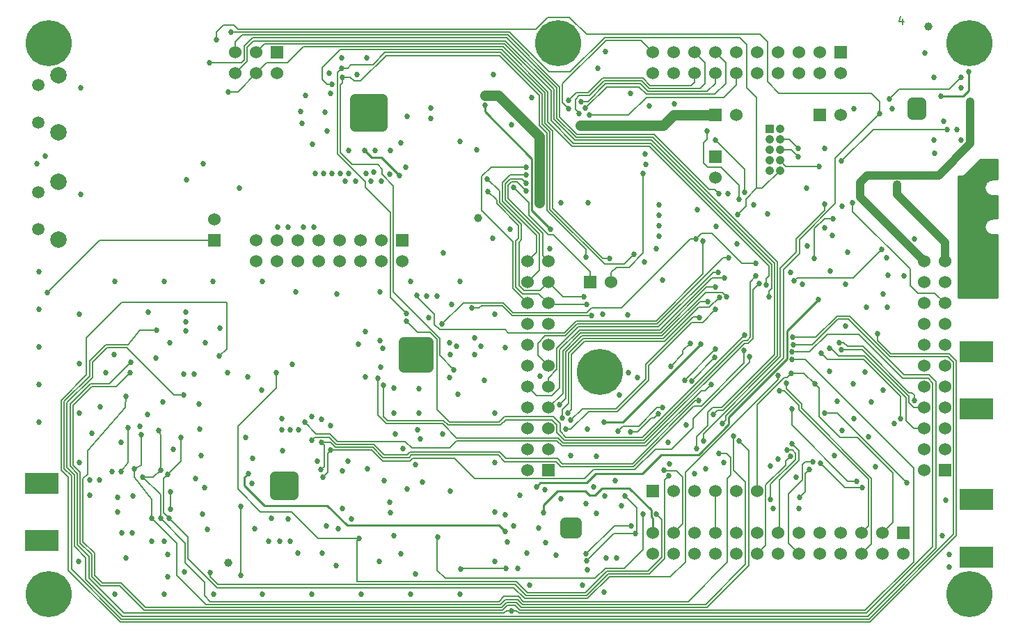
<source format=gbl>
G04 #@! TF.GenerationSoftware,KiCad,Pcbnew,(5.1.6-0-10_14)*
G04 #@! TF.CreationDate,2020-07-14T16:12:35+10:00*
G04 #@! TF.ProjectId,hackrf-one,6861636b-7266-42d6-9f6e-652e6b696361,rev?*
G04 #@! TF.SameCoordinates,Original*
G04 #@! TF.FileFunction,Copper,L4,Bot*
G04 #@! TF.FilePolarity,Positive*
%FSLAX45Y45*%
G04 Gerber Fmt 4.5, Leading zero omitted, Abs format (unit mm)*
G04 Created by KiCad (PCBNEW (5.1.6-0-10_14)) date 2020-07-14 16:12:35*
%MOMM*%
%LPD*%
G01*
G04 APERTURE LIST*
G04 #@! TA.AperFunction,NonConductor*
%ADD10C,0.177800*%
G04 #@! TD*
G04 #@! TA.AperFunction,ComponentPad*
%ADD11C,1.400000*%
G04 #@! TD*
G04 #@! TA.AperFunction,ComponentPad*
%ADD12C,1.500000*%
G04 #@! TD*
G04 #@! TA.AperFunction,SMDPad,CuDef*
%ADD13C,1.000000*%
G04 #@! TD*
G04 #@! TA.AperFunction,ComponentPad*
%ADD14C,0.600000*%
G04 #@! TD*
G04 #@! TA.AperFunction,ComponentPad*
%ADD15C,5.600000*%
G04 #@! TD*
G04 #@! TA.AperFunction,ComponentPad*
%ADD16C,1.524000*%
G04 #@! TD*
G04 #@! TA.AperFunction,ComponentPad*
%ADD17R,1.524000X1.524000*%
G04 #@! TD*
G04 #@! TA.AperFunction,ViaPad*
%ADD18C,0.600000*%
G04 #@! TD*
G04 #@! TA.AperFunction,SMDPad,CuDef*
%ADD19R,4.190000X2.665000*%
G04 #@! TD*
G04 #@! TA.AperFunction,ComponentPad*
%ADD20C,1.066800*%
G04 #@! TD*
G04 #@! TA.AperFunction,ComponentPad*
%ADD21R,1.066800X1.066800*%
G04 #@! TD*
G04 #@! TA.AperFunction,ComponentPad*
%ADD22C,2.000000*%
G04 #@! TD*
G04 #@! TA.AperFunction,ComponentPad*
%ADD23C,0.585000*%
G04 #@! TD*
G04 #@! TA.AperFunction,ComponentPad*
%ADD24C,0.635000*%
G04 #@! TD*
G04 #@! TA.AperFunction,ViaPad*
%ADD25C,0.685800*%
G04 #@! TD*
G04 #@! TA.AperFunction,Conductor*
%ADD26C,0.203200*%
G04 #@! TD*
G04 #@! TA.AperFunction,Conductor*
%ADD27C,1.270000*%
G04 #@! TD*
G04 #@! TA.AperFunction,Conductor*
%ADD28C,0.254000*%
G04 #@! TD*
G04 #@! TA.AperFunction,Conductor*
%ADD29C,1.016000*%
G04 #@! TD*
G04 #@! TA.AperFunction,Conductor*
%ADD30C,0.508000*%
G04 #@! TD*
G04 #@! TA.AperFunction,Conductor*
%ADD31C,0.304800*%
G04 #@! TD*
G04 APERTURE END LIST*
D10*
X16789352Y-10108229D02*
X16789352Y-10175962D01*
X16765162Y-10069524D02*
X16740971Y-10142095D01*
X16803867Y-10142095D01*
D11*
G04 #@! TO.P,J1,0*
G04 #@! TO.N,GND*
X17577000Y-12151000D03*
X17577000Y-12649000D03*
D12*
X17880000Y-11987500D03*
X17880000Y-12812500D03*
G04 #@! TD*
D13*
G04 #@! TO.P,MARK1MM,*
G04 #@! TO.N,*
X11623280Y-12527320D03*
G04 #@! TD*
G04 #@! TO.P,MARK1MM,*
G04 #@! TO.N,*
X8580360Y-16723400D03*
G04 #@! TD*
D14*
G04 #@! TO.P,U19,0*
G04 #@! TO.N,GND*
X12812920Y-16358600D03*
X12812920Y-16226600D03*
X12680920Y-16226600D03*
X12680920Y-16358600D03*
X12746920Y-16292600D03*
G04 #@! TD*
D13*
G04 #@! TO.P,MARK1MM,*
G04 #@! TO.N,*
X17100000Y-10200000D03*
G04 #@! TD*
D14*
G04 #@! TO.P,J4,1*
G04 #@! TO.N,GND*
X6555000Y-10555000D03*
X6245000Y-10555000D03*
X6245000Y-10245000D03*
X6555000Y-10245000D03*
X6620000Y-10400000D03*
X6400000Y-10620000D03*
X6180000Y-10400000D03*
X6400000Y-10180000D03*
D15*
X6400000Y-10400000D03*
G04 #@! TD*
D14*
G04 #@! TO.P,J5,1*
G04 #@! TO.N,GND*
X6555000Y-17255000D03*
X6245000Y-17255000D03*
X6245000Y-16945000D03*
X6555000Y-16945000D03*
X6620000Y-17100000D03*
X6400000Y-17320000D03*
X6180000Y-17100000D03*
X6400000Y-16880000D03*
D15*
X6400000Y-17100000D03*
G04 #@! TD*
D14*
G04 #@! TO.P,J6,1*
G04 #@! TO.N,GND*
X17755000Y-17255000D03*
X17445000Y-17255000D03*
X17445000Y-16945000D03*
X17755000Y-16945000D03*
X17820000Y-17100000D03*
X17600000Y-17320000D03*
X17380000Y-17100000D03*
X17600000Y-16880000D03*
D15*
X17600000Y-17100000D03*
G04 #@! TD*
D14*
G04 #@! TO.P,J7,1*
G04 #@! TO.N,GND*
X17755000Y-10555000D03*
X17445000Y-10555000D03*
X17445000Y-10245000D03*
X17755000Y-10245000D03*
X17820000Y-10400000D03*
X17600000Y-10620000D03*
X17380000Y-10400000D03*
X17600000Y-10180000D03*
D15*
X17600000Y-10400000D03*
G04 #@! TD*
D14*
G04 #@! TO.P,J8,1*
G04 #@! TO.N,GND*
X12755000Y-10555000D03*
X12445000Y-10555000D03*
X12445000Y-10245000D03*
X12755000Y-10245000D03*
X12820000Y-10400000D03*
X12600000Y-10620000D03*
X12380000Y-10400000D03*
X12600000Y-10180000D03*
D15*
X12600000Y-10400000D03*
G04 #@! TD*
D14*
G04 #@! TO.P,J9,1*
G04 #@! TO.N,GND*
X13255000Y-14555000D03*
X12945000Y-14555000D03*
X12945000Y-14245000D03*
X13255000Y-14245000D03*
X13320000Y-14400000D03*
X13100000Y-14620000D03*
X12880000Y-14400000D03*
X13100000Y-14180000D03*
D15*
X13100000Y-14400000D03*
G04 #@! TD*
D16*
G04 #@! TO.P,P1,2*
G04 #@! TO.N,+1.8V*
X14763000Y-11277000D03*
D17*
G04 #@! TO.P,P1,1*
X14509000Y-11277000D03*
G04 #@! TD*
D18*
G04 #@! TO.N,GND*
G04 #@! TO.C,P2*
X17748000Y-14950000D03*
X17748000Y-14850000D03*
X17748000Y-14750000D03*
X17648000Y-14950000D03*
X17648000Y-14850000D03*
X17648000Y-14750000D03*
X17548000Y-14950000D03*
X17548000Y-14850000D03*
X17548000Y-14750000D03*
X17748000Y-14050000D03*
X17748000Y-14150000D03*
X17748000Y-14250000D03*
X17648000Y-14050000D03*
X17648000Y-14150000D03*
X17648000Y-14250000D03*
X17548000Y-14050000D03*
X17548000Y-14150000D03*
X17548000Y-14250000D03*
D19*
G04 #@! TD*
G04 #@! TO.P,P2,2*
G04 #@! TO.N,GND*
X17688500Y-14150750D03*
G04 #@! TO.P,P2,2*
G04 #@! TO.N,GND*
X17688500Y-14849250D03*
G04 #@! TD*
D16*
G04 #@! TO.P,P3,2*
G04 #@! TO.N,GND*
X14509000Y-12039000D03*
D17*
G04 #@! TO.P,P3,1*
X14509000Y-11785000D03*
G04 #@! TD*
D18*
G04 #@! TO.N,GND*
G04 #@! TO.C,P4*
X6252000Y-15650000D03*
X6252000Y-15750000D03*
X6252000Y-15850000D03*
X6352000Y-15650000D03*
X6352000Y-15750000D03*
X6352000Y-15850000D03*
X6452000Y-15650000D03*
X6452000Y-15750000D03*
X6452000Y-15850000D03*
X6252000Y-16550000D03*
X6252000Y-16450000D03*
X6252000Y-16350000D03*
X6352000Y-16550000D03*
X6352000Y-16450000D03*
X6352000Y-16350000D03*
X6452000Y-16550000D03*
X6452000Y-16450000D03*
X6452000Y-16350000D03*
D19*
G04 #@! TD*
G04 #@! TO.P,P4,2*
G04 #@! TO.N,GND*
X6311500Y-16449250D03*
G04 #@! TO.P,P4,2*
G04 #@! TO.N,GND*
X6311500Y-15750750D03*
G04 #@! TD*
D16*
G04 #@! TO.P,P5,6*
G04 #@! TO.N,/mcu/usb/power/LED3*
X8667000Y-10769000D03*
G04 #@! TO.P,P5,5*
G04 #@! TO.N,!VAA_ENABLE*
X8667000Y-10515000D03*
G04 #@! TO.P,P5,4*
G04 #@! TO.N,/mcu/usb/power/LED2*
X8921000Y-10769000D03*
G04 #@! TO.P,P5,3*
G04 #@! TO.N,/mcu/usb/power/LED1*
X8921000Y-10515000D03*
G04 #@! TO.P,P5,2*
G04 #@! TO.N,VCC*
X9175000Y-10769000D03*
D17*
G04 #@! TO.P,P5,1*
G04 #@! TO.N,GND*
X9175000Y-10515000D03*
G04 #@! TD*
D16*
G04 #@! TO.P,P8,2*
G04 #@! TO.N,VCC*
X16033000Y-11277000D03*
D17*
G04 #@! TO.P,P8,1*
X15779000Y-11277000D03*
G04 #@! TD*
D16*
G04 #@! TO.P,P9,16*
G04 #@! TO.N,GND*
X8921000Y-13055000D03*
G04 #@! TO.P,P9,15*
X8921000Y-12801000D03*
G04 #@! TO.P,P9,14*
X9175000Y-13055000D03*
G04 #@! TO.P,P9,13*
G04 #@! TO.N,/baseband/TXBBQ-*
X9175000Y-12801000D03*
G04 #@! TO.P,P9,12*
G04 #@! TO.N,/baseband/TXBBI+*
X9429000Y-13055000D03*
G04 #@! TO.P,P9,11*
G04 #@! TO.N,/baseband/TXBBQ+*
X9429000Y-12801000D03*
G04 #@! TO.P,P9,10*
G04 #@! TO.N,/baseband/TXBBI-*
X9683000Y-13055000D03*
G04 #@! TO.P,P9,9*
G04 #@! TO.N,GND*
X9683000Y-12801000D03*
G04 #@! TO.P,P9,8*
X9937000Y-13055000D03*
G04 #@! TO.P,P9,7*
G04 #@! TO.N,/baseband/RXBBI+*
X9937000Y-12801000D03*
G04 #@! TO.P,P9,6*
G04 #@! TO.N,/baseband/RXBBQ+*
X10191000Y-13055000D03*
G04 #@! TO.P,P9,5*
G04 #@! TO.N,/baseband/RXBBI-*
X10191000Y-12801000D03*
G04 #@! TO.P,P9,4*
G04 #@! TO.N,/baseband/RXBBQ-*
X10445000Y-13055000D03*
G04 #@! TO.P,P9,3*
G04 #@! TO.N,GND*
X10445000Y-12801000D03*
G04 #@! TO.P,P9,2*
X10699000Y-13055000D03*
D17*
G04 #@! TO.P,P9,1*
X10699000Y-12801000D03*
G04 #@! TD*
D18*
G04 #@! TO.N,GND*
G04 #@! TO.C,P16*
X17748000Y-16750000D03*
X17748000Y-16650000D03*
X17748000Y-16550000D03*
X17648000Y-16750000D03*
X17648000Y-16650000D03*
X17648000Y-16550000D03*
X17548000Y-16750000D03*
X17548000Y-16650000D03*
X17548000Y-16550000D03*
X17748000Y-15850000D03*
X17748000Y-15950000D03*
X17748000Y-16050000D03*
X17648000Y-15850000D03*
X17648000Y-15950000D03*
X17648000Y-16050000D03*
X17548000Y-15850000D03*
X17548000Y-15950000D03*
X17548000Y-16050000D03*
D19*
G04 #@! TD*
G04 #@! TO.P,P16,2*
G04 #@! TO.N,GND*
X17688500Y-15950750D03*
G04 #@! TO.P,P16,2*
G04 #@! TO.N,GND*
X17688500Y-16649250D03*
G04 #@! TD*
D16*
G04 #@! TO.P,P20,22*
G04 #@! TO.N,/mcu/usb/power/VIN*
X17049000Y-13055000D03*
G04 #@! TO.P,P20,21*
G04 #@! TO.N,/mcu/usb/power/VBUS*
X17303000Y-13055000D03*
G04 #@! TO.P,P20,20*
G04 #@! TO.N,/mcu/usb/power/ADC0_0*
X17049000Y-13309000D03*
G04 #@! TO.P,P20,19*
G04 #@! TO.N,GND*
X17303000Y-13309000D03*
G04 #@! TO.P,P20,18*
G04 #@! TO.N,/mcu/usb/power/ADC0_5*
X17049000Y-13563000D03*
G04 #@! TO.P,P20,17*
G04 #@! TO.N,/mcu/usb/power/VBUSCTRL*
X17303000Y-13563000D03*
G04 #@! TO.P,P20,16*
G04 #@! TO.N,/mcu/usb/power/ADC0_2*
X17049000Y-13817000D03*
G04 #@! TO.P,P20,15*
G04 #@! TO.N,GND*
X17303000Y-13817000D03*
G04 #@! TO.P,P20,14*
G04 #@! TO.N,/mcu/usb/power/ADC0_6*
X17049000Y-14071000D03*
G04 #@! TO.P,P20,13*
G04 #@! TO.N,GND*
X17303000Y-14071000D03*
G04 #@! TO.P,P20,12*
G04 #@! TO.N,/mcu/usb/power/GPIO3_15*
X17049000Y-14325000D03*
G04 #@! TO.P,P20,11*
G04 #@! TO.N,/mcu/usb/power/GPIO3_14*
X17303000Y-14325000D03*
G04 #@! TO.P,P20,10*
G04 #@! TO.N,/mcu/usb/power/GPIO3_13*
X17049000Y-14579000D03*
G04 #@! TO.P,P20,9*
G04 #@! TO.N,/mcu/usb/power/GPIO3_12*
X17303000Y-14579000D03*
G04 #@! TO.P,P20,8*
G04 #@! TO.N,/mcu/usb/power/GPIO3_11*
X17049000Y-14833000D03*
G04 #@! TO.P,P20,7*
G04 #@! TO.N,/mcu/usb/power/GPIO3_10*
X17303000Y-14833000D03*
G04 #@! TO.P,P20,6*
G04 #@! TO.N,/mcu/usb/power/GPIO3_9*
X17049000Y-15087000D03*
G04 #@! TO.P,P20,5*
G04 #@! TO.N,/mcu/usb/power/GPIO3_8*
X17303000Y-15087000D03*
G04 #@! TO.P,P20,4*
G04 #@! TO.N,/mcu/usb/power/WAKEUP*
X17049000Y-15341000D03*
G04 #@! TO.P,P20,3*
G04 #@! TO.N,VCC*
X17303000Y-15341000D03*
G04 #@! TO.P,P20,2*
G04 #@! TO.N,/mcu/usb/power/RTC_ALARM*
X17049000Y-15595000D03*
D17*
G04 #@! TO.P,P20,1*
G04 #@! TO.N,/mcu/usb/power/VBAT*
X17303000Y-15595000D03*
G04 #@! TD*
D16*
G04 #@! TO.P,P22,26*
G04 #@! TO.N,SCL*
X13747000Y-16611000D03*
G04 #@! TO.P,P22,25*
G04 #@! TO.N,CLK6*
X13747000Y-16357000D03*
G04 #@! TO.P,P22,24*
G04 #@! TO.N,SDA*
X14001000Y-16611000D03*
G04 #@! TO.P,P22,23*
G04 #@! TO.N,/mcu/usb/power/P2_8*
X14001000Y-16357000D03*
G04 #@! TO.P,P22,22*
G04 #@! TO.N,/mcu/usb/power/P2_13*
X14255000Y-16611000D03*
G04 #@! TO.P,P22,21*
G04 #@! TO.N,/mcu/usb/power/P2_9*
X14255000Y-16357000D03*
G04 #@! TO.P,P22,20*
G04 #@! TO.N,/mcu/usb/power/U0_TXD*
X14509000Y-16611000D03*
G04 #@! TO.P,P22,19*
G04 #@! TO.N,/mcu/usb/power/U0_RXD*
X14509000Y-16357000D03*
G04 #@! TO.P,P22,18*
G04 #@! TO.N,GND*
X14763000Y-16611000D03*
G04 #@! TO.P,P22,17*
G04 #@! TO.N,/mcu/usb/power/I2S0_TX_MCLK*
X14763000Y-16357000D03*
G04 #@! TO.P,P22,16*
G04 #@! TO.N,/mcu/usb/power/I2S0_TX_SCK*
X15017000Y-16611000D03*
G04 #@! TO.P,P22,15*
G04 #@! TO.N,/mcu/usb/power/I2S0_RX_WS*
X15017000Y-16357000D03*
G04 #@! TO.P,P22,14*
G04 #@! TO.N,/mcu/usb/power/I2S0_RX_MCLK*
X15271000Y-16611000D03*
G04 #@! TO.P,P22,13*
G04 #@! TO.N,/mcu/usb/power/I2S0_RX_SDA*
X15271000Y-16357000D03*
G04 #@! TO.P,P22,12*
G04 #@! TO.N,/mcu/usb/power/I2S0_RX_SCK*
X15525000Y-16611000D03*
G04 #@! TO.P,P22,11*
G04 #@! TO.N,VCC*
X15525000Y-16357000D03*
G04 #@! TO.P,P22,10*
G04 #@! TO.N,GND*
X15779000Y-16611000D03*
G04 #@! TO.P,P22,9*
G04 #@! TO.N,/mcu/usb/power/SPIFI_MOSI*
X15779000Y-16357000D03*
G04 #@! TO.P,P22,8*
G04 #@! TO.N,/mcu/usb/power/SPIFI_SCK*
X16033000Y-16611000D03*
G04 #@! TO.P,P22,7*
G04 #@! TO.N,/mcu/usb/power/SPIFI_MISO*
X16033000Y-16357000D03*
G04 #@! TO.P,P22,6*
G04 #@! TO.N,/mcu/usb/power/I2C1_SDA*
X16287000Y-16611000D03*
G04 #@! TO.P,P22,5*
G04 #@! TO.N,/mcu/usb/power/I2C1_SCL*
X16287000Y-16357000D03*
G04 #@! TO.P,P22,4*
G04 #@! TO.N,GND*
X16541000Y-16611000D03*
G04 #@! TO.P,P22,3*
G04 #@! TO.N,/mcu/usb/power/RESET*
X16541000Y-16357000D03*
G04 #@! TO.P,P22,2*
G04 #@! TO.N,CLKIN*
X16795000Y-16611000D03*
D17*
G04 #@! TO.P,P22,1*
G04 #@! TO.N,CLKOUT*
X16795000Y-16357000D03*
G04 #@! TD*
D16*
G04 #@! TO.P,P25,6*
G04 #@! TO.N,/mcu/usb/power/RESET*
X15017000Y-15849000D03*
G04 #@! TO.P,P25,5*
G04 #@! TO.N,/mcu/usb/power/U0_TXD*
X14763000Y-15849000D03*
G04 #@! TO.P,P25,4*
G04 #@! TO.N,/mcu/usb/power/U0_RXD*
X14509000Y-15849000D03*
G04 #@! TO.P,P25,3*
G04 #@! TO.N,Net-(P25-Pad3)*
X14255000Y-15849000D03*
G04 #@! TO.P,P25,2*
G04 #@! TO.N,/mcu/usb/power/ISP*
X14001000Y-15849000D03*
D17*
G04 #@! TO.P,P25,1*
G04 #@! TO.N,GND*
X13747000Y-15849000D03*
G04 #@! TD*
D20*
G04 #@! TO.P,P26,10*
G04 #@! TO.N,/mcu/usb/power/RESET*
X15293260Y-11954660D03*
G04 #@! TO.P,P26,9*
G04 #@! TO.N,GND*
X15166260Y-11954660D03*
G04 #@! TO.P,P26,8*
G04 #@! TO.N,/mcu/usb/power/TDI*
X15293260Y-11827660D03*
G04 #@! TO.P,P26,7*
G04 #@! TO.N,Net-(P26-Pad7)*
X15166260Y-11827660D03*
G04 #@! TO.P,P26,6*
G04 #@! TO.N,/mcu/usb/power/TDO*
X15293260Y-11700660D03*
G04 #@! TO.P,P26,5*
G04 #@! TO.N,GND*
X15166260Y-11700660D03*
G04 #@! TO.P,P26,4*
G04 #@! TO.N,/mcu/usb/power/TCK*
X15293260Y-11573660D03*
G04 #@! TO.P,P26,3*
G04 #@! TO.N,GND*
X15166260Y-11573660D03*
G04 #@! TO.P,P26,2*
G04 #@! TO.N,/mcu/usb/power/TMS*
X15293260Y-11446660D03*
D21*
G04 #@! TO.P,P26,1*
G04 #@! TO.N,VCC*
X15166260Y-11446660D03*
G04 #@! TD*
D16*
G04 #@! TO.P,P28,22*
G04 #@! TO.N,/mcu/usb/power/BANK2F3M4*
X12223000Y-13055000D03*
G04 #@! TO.P,P28,21*
G04 #@! TO.N,/mcu/usb/power/BANK2F3M12*
X12477000Y-13055000D03*
G04 #@! TO.P,P28,20*
G04 #@! TO.N,/mcu/usb/power/BANK2F3M6*
X12223000Y-13309000D03*
G04 #@! TO.P,P28,19*
G04 #@! TO.N,/mcu/usb/power/CPLD_TDI*
X12477000Y-13309000D03*
G04 #@! TO.P,P28,18*
G04 #@! TO.N,/mcu/usb/power/BANK2F3M2*
X12223000Y-13563000D03*
G04 #@! TO.P,P28,17*
G04 #@! TO.N,/mcu/usb/power/CPLD_TCK*
X12477000Y-13563000D03*
G04 #@! TO.P,P28,16*
G04 #@! TO.N,/mcu/usb/power/B1AUX13*
X12223000Y-13817000D03*
G04 #@! TO.P,P28,15*
G04 #@! TO.N,/mcu/usb/power/B1AUX14*
X12477000Y-13817000D03*
G04 #@! TO.P,P28,14*
G04 #@! TO.N,GCK1*
X12223000Y-14071000D03*
G04 #@! TO.P,P28,13*
G04 #@! TO.N,GCK2*
X12477000Y-14071000D03*
G04 #@! TO.P,P28,12*
G04 #@! TO.N,GND*
X12223000Y-14325000D03*
G04 #@! TO.P,P28,11*
G04 #@! TO.N,/mcu/usb/power/SD_CLK*
X12477000Y-14325000D03*
G04 #@! TO.P,P28,10*
G04 #@! TO.N,/mcu/usb/power/SD_POW*
X12223000Y-14579000D03*
G04 #@! TO.P,P28,9*
G04 #@! TO.N,/mcu/usb/power/SD_CMD*
X12477000Y-14579000D03*
G04 #@! TO.P,P28,8*
G04 #@! TO.N,/mcu/usb/power/SD_VOLT0*
X12223000Y-14833000D03*
G04 #@! TO.P,P28,7*
G04 #@! TO.N,/mcu/usb/power/SD_DAT0*
X12477000Y-14833000D03*
G04 #@! TO.P,P28,6*
G04 #@! TO.N,/mcu/usb/power/SD_DAT1*
X12223000Y-15087000D03*
G04 #@! TO.P,P28,5*
G04 #@! TO.N,/mcu/usb/power/SD_DAT2*
X12477000Y-15087000D03*
G04 #@! TO.P,P28,4*
G04 #@! TO.N,/mcu/usb/power/SD_DAT3*
X12223000Y-15341000D03*
G04 #@! TO.P,P28,3*
G04 #@! TO.N,/mcu/usb/power/SD_CD*
X12477000Y-15341000D03*
G04 #@! TO.P,P28,2*
G04 #@! TO.N,GND*
X12223000Y-15595000D03*
D17*
G04 #@! TO.P,P28,1*
G04 #@! TO.N,VCC*
X12477000Y-15595000D03*
G04 #@! TD*
D16*
G04 #@! TO.P,P29,2*
G04 #@! TO.N,/mcu/usb/power/CPLD_TDO*
X13239000Y-13309000D03*
D17*
G04 #@! TO.P,P29,1*
G04 #@! TO.N,/mcu/usb/power/CPLD_TMS*
X12985000Y-13309000D03*
G04 #@! TD*
D16*
G04 #@! TO.P,P30,20*
G04 #@! TO.N,GND*
X13747000Y-10769000D03*
G04 #@! TO.P,P30,19*
G04 #@! TO.N,/mcu/usb/power/GCK0*
X13747000Y-10515000D03*
G04 #@! TO.P,P30,18*
G04 #@! TO.N,/mcu/usb/power/B2AUX1*
X14001000Y-10769000D03*
G04 #@! TO.P,P30,17*
G04 #@! TO.N,/mcu/usb/power/B2AUX2*
X14001000Y-10515000D03*
G04 #@! TO.P,P30,16*
G04 #@! TO.N,/mcu/usb/power/B2AUX3*
X14255000Y-10769000D03*
G04 #@! TO.P,P30,15*
G04 #@! TO.N,/mcu/usb/power/B2AUX4*
X14255000Y-10515000D03*
G04 #@! TO.P,P30,14*
G04 #@! TO.N,/mcu/usb/power/B2AUX5*
X14509000Y-10769000D03*
G04 #@! TO.P,P30,13*
G04 #@! TO.N,/mcu/usb/power/B2AUX6*
X14509000Y-10515000D03*
G04 #@! TO.P,P30,12*
G04 #@! TO.N,/mcu/usb/power/B2AUX7*
X14763000Y-10769000D03*
G04 #@! TO.P,P30,11*
G04 #@! TO.N,/mcu/usb/power/B2AUX8*
X14763000Y-10515000D03*
G04 #@! TO.P,P30,10*
G04 #@! TO.N,/mcu/usb/power/B2AUX9*
X15017000Y-10769000D03*
G04 #@! TO.P,P30,9*
G04 #@! TO.N,/mcu/usb/power/B2AUX10*
X15017000Y-10515000D03*
G04 #@! TO.P,P30,8*
G04 #@! TO.N,/mcu/usb/power/B2AUX11*
X15271000Y-10769000D03*
G04 #@! TO.P,P30,7*
G04 #@! TO.N,/mcu/usb/power/B2AUX12*
X15271000Y-10515000D03*
G04 #@! TO.P,P30,6*
G04 #@! TO.N,/mcu/usb/power/B2AUX13*
X15525000Y-10769000D03*
G04 #@! TO.P,P30,5*
G04 #@! TO.N,/mcu/usb/power/B2AUX14*
X15525000Y-10515000D03*
G04 #@! TO.P,P30,4*
G04 #@! TO.N,/mcu/usb/power/B2AUX15*
X15779000Y-10769000D03*
G04 #@! TO.P,P30,3*
G04 #@! TO.N,/mcu/usb/power/B2AUX16*
X15779000Y-10515000D03*
G04 #@! TO.P,P30,2*
G04 #@! TO.N,GND*
X16033000Y-10769000D03*
D17*
G04 #@! TO.P,P30,1*
G04 #@! TO.N,VCC*
X16033000Y-10515000D03*
G04 #@! TD*
D16*
G04 #@! TO.P,P36,2*
G04 #@! TO.N,VAA*
X8413000Y-12547000D03*
D17*
G04 #@! TO.P,P36,1*
X8413000Y-12801000D03*
G04 #@! TD*
D16*
G04 #@! TO.P,P80,2*
G04 #@! TO.N,GND*
X17811000Y-13309000D03*
D17*
G04 #@! TO.P,P80,1*
X17811000Y-13055000D03*
G04 #@! TD*
D22*
G04 #@! TO.P,SW1,0*
G04 #@! TO.N,GND*
X6519000Y-12089500D03*
X6519000Y-12790500D03*
D12*
G04 #@! TO.P,SW1,2*
G04 #@! TO.N,Net-(R30-Pad2)*
X6270000Y-12665000D03*
G04 #@! TO.P,SW1,1*
G04 #@! TO.N,VCC*
X6270000Y-12215000D03*
G04 #@! TD*
D22*
G04 #@! TO.P,SW2,0*
G04 #@! TO.N,GND*
X6519000Y-10789500D03*
X6519000Y-11490500D03*
D12*
G04 #@! TO.P,SW2,2*
G04 #@! TO.N,Net-(R19-Pad2)*
X6270000Y-11365000D03*
G04 #@! TO.P,SW2,1*
G04 #@! TO.N,GND*
X6270000Y-10915000D03*
G04 #@! TD*
D23*
G04 #@! TO.P,U21,0*
G04 #@! TO.N,GND*
X16903000Y-11120120D03*
X17003000Y-11120120D03*
X17003000Y-11270120D03*
X16903000Y-11270120D03*
X16953000Y-11195120D03*
G04 #@! TD*
D14*
G04 #@! TO.P,U4,0*
G04 #@! TO.N,GND*
X9152040Y-15666360D03*
X9152040Y-15776360D03*
X9152040Y-15886360D03*
X9262040Y-15886360D03*
X9372040Y-15886360D03*
X9372040Y-15776360D03*
X9372040Y-15666360D03*
X9262040Y-15666360D03*
X9262040Y-15776360D03*
G04 #@! TD*
D24*
G04 #@! TO.P,U17,0*
G04 #@! TO.N,GND*
X11014850Y-14339710D03*
X11014850Y-14189710D03*
X11014850Y-14039710D03*
X10864850Y-14039710D03*
X10714850Y-14039710D03*
X10714850Y-14189710D03*
X10714850Y-14339710D03*
X10864850Y-14339710D03*
X10864850Y-14189710D03*
G04 #@! TD*
G04 #@! TO.P,U18,0*
G04 #@! TO.N,GND*
X10454540Y-11411180D03*
X10454540Y-11246180D03*
X10454540Y-11081180D03*
X10289540Y-11081180D03*
X10124540Y-11081180D03*
X10124540Y-11246180D03*
X10124540Y-11411180D03*
X10289540Y-11411180D03*
X10289540Y-11246180D03*
G04 #@! TD*
D25*
G04 #@! TO.N,!MIX_BYPASS*
X12029440Y-17302480D03*
X11958840Y-16791340D03*
X15441180Y-14157360D03*
X7394420Y-14282720D03*
X11412460Y-16797060D03*
G04 #@! TO.N,!RX_AMP_PWR*
X7334120Y-14692560D03*
X14796020Y-15239400D03*
G04 #@! TO.N,!TX_AMP_PWR*
X13941310Y-15663580D03*
X8361920Y-16835160D03*
G04 #@! TO.N,!VAA_ENABLE*
X14549640Y-12234580D03*
G04 #@! TO.N,+1.8V*
X11709400Y-11036300D03*
X12870700Y-11404000D03*
X12369800Y-11534140D03*
X12370320Y-12341260D03*
G04 #@! TO.N,/frontend/!ANT_BIAS*
X8735300Y-16035060D03*
X8735300Y-16870720D03*
G04 #@! TO.N,/frontend/REF_IN*
X11951220Y-16341760D03*
X8826500Y-15636240D03*
G04 #@! TO.N,/mcu/usb/power/B2AUX3*
X12725920Y-11099200D03*
G04 #@! TO.N,/mcu/usb/power/B2AUX4*
X12852920Y-11259220D03*
G04 #@! TO.N,/mcu/usb/power/B2AUX5*
X12875780Y-11111900D03*
G04 #@! TO.N,/mcu/usb/power/B2AUX6*
X12926580Y-11193180D03*
G04 #@! TO.N,/mcu/usb/power/B2AUX7*
X12974840Y-11277000D03*
G04 #@! TO.N,/mcu/usb/power/BANK2F3M12*
X12202680Y-12199020D03*
G04 #@! TO.N,/mcu/usb/power/BANK2F3M2*
X12202680Y-11906920D03*
G04 #@! TO.N,/mcu/usb/power/BANK2F3M4*
X12207760Y-12005980D03*
G04 #@! TO.N,/mcu/usb/power/BANK2F3M6*
X12205220Y-12102500D03*
G04 #@! TO.N,/mcu/usb/power/CPLD_TCK*
X11742940Y-12204100D03*
X12946900Y-13578240D03*
G04 #@! TO.N,/mcu/usb/power/CPLD_TDI*
X11732780Y-12051700D03*
X12911340Y-13489340D03*
G04 #@! TO.N,/mcu/usb/power/CPLD_TDO*
X13630160Y-11990740D03*
G04 #@! TO.N,/mcu/usb/power/CPLD_TMS*
X14203680Y-14051280D03*
X13967460Y-14328140D03*
X12055360Y-12158380D03*
G04 #@! TO.N,/mcu/usb/power/EN1V8*
X16508500Y-11258620D03*
X8440940Y-10357520D03*
X14590280Y-15028580D03*
G04 #@! TO.N,/mcu/usb/power/GCK0*
X12720840Y-11198260D03*
G04 #@! TO.N,/mcu/usb/power/GPIO3_10*
X16013186Y-14043164D03*
X16929100Y-14747240D03*
G04 #@! TO.N,/mcu/usb/power/GPIO3_11*
X16040127Y-14131170D03*
G04 #@! TO.N,/mcu/usb/power/GPIO3_8*
X16761460Y-14963140D03*
X15796780Y-14170060D03*
G04 #@! TO.N,/mcu/usb/power/GPIO3_9*
X15901831Y-14111414D03*
G04 #@! TO.N,/mcu/usb/power/GP_CLKIN*
X12329680Y-15795660D03*
X15758680Y-13519820D03*
G04 #@! TO.N,/mcu/usb/power/I2C1_SCL*
X14501380Y-14225940D03*
X14219440Y-14507880D03*
X15286240Y-14624720D03*
G04 #@! TO.N,/mcu/usb/power/I2C1_SDA*
X15370060Y-14535820D03*
X14509000Y-14124340D03*
X14133080Y-14500260D03*
G04 #@! TO.N,/mcu/usb/power/I2S0_RX_SCK*
X15692640Y-15495940D03*
G04 #@! TO.N,/mcu/usb/power/I2S0_RX_SDA*
X15436654Y-15273459D03*
G04 #@! TO.N,/mcu/usb/power/I2S0_RX_WS*
X15377680Y-15351160D03*
X15182100Y-15953140D03*
G04 #@! TO.N,/mcu/usb/power/I2S0_TX_SCK*
X15420860Y-15424820D03*
G04 #@! TO.N,/mcu/usb/power/LED1*
X15161780Y-13486800D03*
G04 #@! TO.N,/mcu/usb/power/LED2*
X15131300Y-13344560D03*
X8585720Y-10992520D03*
G04 #@! TO.N,/mcu/usb/power/LED3*
X14277860Y-15330840D03*
G04 #@! TO.N,/mcu/usb/power/P2_8*
X13881620Y-15593730D03*
X8354580Y-10642000D03*
X14483600Y-14914280D03*
G04 #@! TO.N,/mcu/usb/power/RESET*
X14779299Y-12482395D03*
X15433560Y-14413900D03*
X15718040Y-14543440D03*
X8613660Y-10268620D03*
G04 #@! TO.N,/mcu/usb/power/SD_CD*
X12751320Y-14985400D03*
X14313420Y-13735720D03*
G04 #@! TO.N,/mcu/usb/power/SD_CLK*
X14666480Y-13011820D03*
G04 #@! TO.N,/mcu/usb/power/SD_CMD*
X14542020Y-13187080D03*
G04 #@! TO.N,/mcu/usb/power/SD_DAT0*
X14511540Y-13369960D03*
G04 #@! TO.N,/mcu/usb/power/SD_DAT1*
X12715760Y-14896500D03*
X14559800Y-13491880D03*
G04 #@! TO.N,/mcu/usb/power/SD_DAT2*
X14418293Y-13547454D03*
X12647180Y-14962540D03*
G04 #@! TO.N,/mcu/usb/power/SD_DAT3*
X12685280Y-15097160D03*
X14509000Y-13641740D03*
G04 #@! TO.N,/mcu/usb/power/SD_POW*
X14620760Y-13253120D03*
G04 #@! TO.N,/mcu/usb/power/SD_VOLT0*
X14646160Y-13481720D03*
X12609080Y-14797440D03*
G04 #@! TO.N,/mcu/usb/power/SGPIO13*
X14864600Y-12219340D03*
X14509000Y-11576720D03*
G04 #@! TO.N,/mcu/usb/power/SGPIO9*
X14796020Y-12300620D03*
X14407400Y-11467500D03*
G04 #@! TO.N,/mcu/usb/power/SPIFI_MISO*
X15443200Y-14848840D03*
X16230600Y-15725140D03*
G04 #@! TO.N,/mcu/usb/power/SPIFI_SIO2*
X15791700Y-15506100D03*
X16299180Y-15801340D03*
G04 #@! TO.N,/mcu/usb/power/SPIFI_SIO3*
X15654540Y-15584840D03*
X15537180Y-15925800D03*
G04 #@! TO.N,/mcu/usb/power/TCK*
X15514240Y-11677800D03*
G04 #@! TO.N,/mcu/usb/power/TDI*
X15768840Y-11901840D03*
G04 #@! TO.N,/mcu/usb/power/TDO*
X15514840Y-11782460D03*
G04 #@! TO.N,/mcu/usb/power/VBAT*
X16835120Y-15742920D03*
X15838969Y-14896288D03*
G04 #@! TO.N,/mcu/usb/power/VBUS*
X16715980Y-12123460D03*
G04 #@! TO.N,/mcu/usb/power/VBUSCTRL*
X16180000Y-12340000D03*
G04 #@! TO.N,/mcu/usb/power/VIN*
X17608308Y-11112154D03*
X16268940Y-12095520D03*
G04 #@! TO.N,/mcu/usb/power/VREGMODE*
X14362615Y-15233946D03*
X15834880Y-12361580D03*
G04 #@! TO.N,AMP_BYPASS*
X7739620Y-15110500D03*
X14549640Y-15391800D03*
X7757400Y-15590560D03*
X7544040Y-15679460D03*
X7757400Y-16177300D03*
G04 #@! TO.N,CLK6*
X12421120Y-16108080D03*
G04 #@! TO.N,CS_AD*
X13221220Y-13021980D03*
X9846310Y-10899470D03*
G04 #@! TO.N,CS_XCVR*
X13005320Y-13712860D03*
X11546840Y-13624560D03*
G04 #@! TO.N,GCK1*
X10665980Y-12011060D03*
X10245090Y-11709730D03*
G04 #@! TO.N,GCK2*
X11709400Y-11158220D03*
X12504940Y-12661300D03*
G04 #@! TO.N,GND*
X17448300Y-11449120D03*
X17499100Y-10941120D03*
X12626340Y-12339320D03*
X13665200Y-11879580D03*
X8306280Y-14041420D03*
X9665900Y-15484260D03*
X17168900Y-11576120D03*
X7170660Y-15608340D03*
X10991850Y-13475970D03*
X8166580Y-14422420D03*
X11811000Y-10787380D03*
X10320020Y-12076760D03*
X12108020Y-16787780D03*
X9641840Y-11982780D03*
X10920730Y-15210790D03*
X11404600Y-11600180D03*
X11578590Y-14184630D03*
X9602400Y-14938160D03*
X10007600Y-12076760D03*
X10598150Y-14900910D03*
X8064980Y-13901720D03*
X9946640Y-11982780D03*
X16198180Y-14968130D03*
X9845040Y-11982780D03*
X11050270Y-11194110D03*
X10885170Y-15099030D03*
X10085000Y-16182760D03*
X17283200Y-11347520D03*
X9211240Y-16457080D03*
X9743440Y-11982780D03*
X10353040Y-11972620D03*
X10252710Y-13910310D03*
X9182100Y-12638100D03*
X17499100Y-11576120D03*
X13647787Y-13064316D03*
X9335700Y-15100720D03*
X15425878Y-13190039D03*
X15209520Y-16057880D03*
X17168900Y-10814120D03*
X11118850Y-13475970D03*
X16092213Y-13842006D03*
X16404726Y-14761584D03*
X8792140Y-15192160D03*
X9772580Y-16271660D03*
X10048240Y-11982780D03*
X9309100Y-12638100D03*
X15898239Y-14388006D03*
X11576050Y-13986510D03*
X13169900Y-10505440D03*
X9521190Y-11036630D03*
X8881040Y-15446160D03*
X16660900Y-11195120D03*
X16548410Y-14617900D03*
X16548410Y-13450467D03*
X10902950Y-14900910D03*
X11652250Y-14088110D03*
X9483090Y-11379530D03*
X16611271Y-13225960D03*
X11372850Y-14672310D03*
X9813290Y-10769930D03*
X12029440Y-11391900D03*
X8039580Y-14422420D03*
X9963150Y-10581970D03*
X11050270Y-11316030D03*
X10447020Y-12076760D03*
X11296650Y-13577570D03*
X10863340Y-16857620D03*
X8064980Y-13673120D03*
X10252710Y-14456410D03*
X14976865Y-12363856D03*
X15569562Y-13333724D03*
X16054496Y-15111814D03*
X9437300Y-15100720D03*
X9831000Y-15052460D03*
X14773911Y-12839809D03*
X10261600Y-11982780D03*
X16090417Y-13333724D03*
X12275820Y-11064240D03*
X7874480Y-14041420D03*
X14285385Y-12426718D03*
X16602291Y-13612111D03*
X16119153Y-12945776D03*
X12213520Y-16599940D03*
X15174430Y-15546459D03*
X17054600Y-10522020D03*
X15928772Y-12741027D03*
X9234100Y-15100720D03*
X9426180Y-16601480D03*
X10741660Y-11909120D03*
X9071540Y-16457080D03*
X7917420Y-15341640D03*
X9897040Y-16754260D03*
X10134600Y-12076760D03*
X9234100Y-14966100D03*
X9338240Y-16457080D03*
X15488739Y-15677570D03*
X10163810Y-14065250D03*
X16191000Y-11195120D03*
X8064980Y-13787420D03*
X10684510Y-11610670D03*
X7612620Y-13675400D03*
X7094700Y-14407180D03*
X7191220Y-14186200D03*
X9494520Y-12638100D03*
X8227060Y-14787880D03*
X8869680Y-15753080D03*
X10272000Y-15577860D03*
X10043160Y-15483840D03*
X10549140Y-11995820D03*
X9622040Y-12638440D03*
X12569120Y-16622800D03*
X16593311Y-13010434D03*
X15838969Y-12651224D03*
X13934960Y-15254640D03*
X11796280Y-12770520D03*
X13820660Y-12498740D03*
X13162800Y-15907420D03*
X16456660Y-15554960D03*
X13028180Y-15793120D03*
X14013700Y-11142380D03*
X13157720Y-17078360D03*
X13139940Y-13700160D03*
X13343140Y-14678060D03*
X12052820Y-16270640D03*
X12126480Y-15899800D03*
X12433820Y-15831220D03*
X13820660Y-12625740D03*
X14394700Y-15574680D03*
X13952740Y-15518800D03*
X8715260Y-12166000D03*
X9000000Y-13300000D03*
X8400000Y-13300000D03*
X7800000Y-13300000D03*
X7200000Y-13300000D03*
X6775000Y-13700000D03*
X9900000Y-13450000D03*
X10800000Y-13300000D03*
X11955780Y-16131540D03*
X11825000Y-15500000D03*
X11825000Y-14900000D03*
X11825000Y-16100000D03*
X10425000Y-13425000D03*
X11400000Y-13300000D03*
X9400000Y-13425000D03*
X11825000Y-13700000D03*
X11700000Y-14500000D03*
X9000000Y-17100000D03*
X9600000Y-17100000D03*
X7800000Y-17100000D03*
X7200000Y-17100000D03*
X10200000Y-17100000D03*
X10800000Y-17100000D03*
X11400000Y-17100000D03*
X11950000Y-14100000D03*
X9918700Y-16306800D03*
X6775000Y-15500000D03*
X6775000Y-14900000D03*
X6775000Y-14300000D03*
X6787400Y-12239660D03*
X12949440Y-15097160D03*
X12746240Y-15417200D03*
X13063740Y-15427360D03*
X13305040Y-16664340D03*
X10264660Y-10583580D03*
X9462020Y-11235090D03*
X9608070Y-11630060D03*
X13452017Y-14409558D03*
X13475220Y-11014110D03*
X8077720Y-12064400D03*
X11825000Y-16700000D03*
X11192510Y-15154910D03*
X10613390Y-15154910D03*
X10416300Y-16705220D03*
X8906440Y-16304680D03*
X8237460Y-15092720D03*
X9716700Y-14976260D03*
X12962140Y-12346340D03*
X16375900Y-15191140D03*
X15959340Y-15414660D03*
X11200000Y-12950000D03*
X13823200Y-12750200D03*
X12494780Y-12897520D03*
X12252960Y-16990060D03*
X12895580Y-16990060D03*
X8273020Y-16123960D03*
X16053320Y-12386980D03*
X6279400Y-14551060D03*
X6279400Y-13182000D03*
X6279400Y-14093860D03*
X6254000Y-11871360D03*
X6279400Y-15008260D03*
X6279400Y-13639200D03*
X6766559Y-16700000D03*
X8184120Y-15697240D03*
X6900000Y-15900000D03*
X8402561Y-17100000D03*
X7846300Y-16621800D03*
X7013180Y-15715020D03*
X6896340Y-15715020D03*
X7785100Y-14764820D03*
X6921740Y-15146060D03*
X7508480Y-15057160D03*
X8577820Y-14409460D03*
X9360140Y-14302780D03*
X10551400Y-16106180D03*
X10948670Y-15740087D03*
X11282836Y-15844577D03*
X10597120Y-16388120D03*
X10762220Y-15819160D03*
X10706100Y-15331477D03*
X8988577Y-14618988D03*
X7422120Y-15910600D03*
X7236700Y-15924700D03*
X7236700Y-16099700D03*
X7650720Y-16456700D03*
X7805660Y-16454160D03*
X7338300Y-16657360D03*
X17175720Y-11739920D03*
X16929340Y-12778780D03*
X17269700Y-16393200D03*
X17356060Y-16771660D03*
G04 #@! TO.N,HP*
X8476220Y-14208800D03*
X16484600Y-13931900D03*
G04 #@! TO.N,LP*
X7711680Y-13888760D03*
X15446260Y-13979560D03*
G04 #@! TO.N,MIXER_ENX*
X9716700Y-15255660D03*
X9712960Y-15585440D03*
X14859520Y-14139580D03*
G04 #@! TO.N,MIXER_RESETX*
X9829800Y-15351760D03*
X9737020Y-15674760D03*
X14920480Y-14213240D03*
G04 #@! TO.N,MIXER_SCLK*
X9602400Y-15230260D03*
X14308340Y-14749180D03*
G04 #@! TO.N,MIXER_SDATA*
X14455660Y-14551060D03*
X9512820Y-15010800D03*
G04 #@! TO.N,MIX_BYPASS*
X13630160Y-16125860D03*
X11127980Y-16408440D03*
G04 #@! TO.N,RSSI*
X10751820Y-13784580D03*
X14864600Y-13949080D03*
G04 #@! TO.N,RX*
X13790180Y-16130940D03*
X10173220Y-16420500D03*
X10482820Y-15717560D03*
X9164560Y-14412000D03*
G04 #@! TO.N,RXENABLE*
X10474960Y-14561820D03*
X15001760Y-13235340D03*
G04 #@! TO.N,RX_AMP*
X14732520Y-15180980D03*
X7650720Y-16177300D03*
X7526260Y-15163840D03*
X7437360Y-15580400D03*
G04 #@! TO.N,RX_MIX_BP*
X15443720Y-14251340D03*
X7389340Y-14409720D03*
G04 #@! TO.N,SCL*
X13409180Y-15907420D03*
X13536180Y-16364620D03*
X13863840Y-14835540D03*
X13320280Y-15122560D03*
X12939280Y-16697360D03*
G04 #@! TO.N,SDA*
X13480300Y-15125100D03*
X13818120Y-14906660D03*
X13482840Y-16268100D03*
X12937420Y-16610100D03*
G04 #@! TO.N,SGPIO_CLK*
X14328140Y-14063980D03*
X13155180Y-15008260D03*
G04 #@! TO.N,SSP1_MISO*
X14360819Y-12803888D03*
X10876280Y-13472160D03*
G04 #@! TO.N,SSP1_MOSI*
X9959860Y-10705500D03*
X10751820Y-13685520D03*
X13518654Y-12971434D03*
G04 #@! TO.N,SSP1_SCK*
X9974084Y-10814720D03*
X12931660Y-12999120D03*
X11328920Y-14373260D03*
G04 #@! TO.N,TXENABLE*
X10403840Y-14472920D03*
X15042400Y-13326780D03*
G04 #@! TO.N,TX_AMP*
X15273540Y-14441840D03*
X7846300Y-15643899D03*
X7864080Y-16177300D03*
X8008336Y-15197384D03*
G04 #@! TO.N,TX_MIX_BP*
X15453880Y-14073540D03*
X8041640Y-14676120D03*
G04 #@! TO.N,VAA*
X11271250Y-14047470D03*
X10048240Y-11703380D03*
X11271250Y-14469110D03*
X9782810Y-11473510D03*
X11286490Y-14184630D03*
X10598150Y-14598650D03*
X10902950Y-14601190D03*
X10365740Y-11703380D03*
X10458450Y-14110970D03*
X9970700Y-15598560D03*
X10440670Y-14342110D03*
X9310300Y-16182760D03*
X9246800Y-15357260D03*
X9972040Y-16055340D03*
X9760470Y-11241440D03*
X9825240Y-11015380D03*
X10146030Y-10782630D03*
X10556240Y-11705920D03*
X11019790Y-13742670D03*
X10427970Y-14019530D03*
X6381000Y-13436000D03*
X11974080Y-16466220D03*
X8326360Y-16314460D03*
X8051312Y-16825728D03*
X7597380Y-14914920D03*
X7846300Y-16888500D03*
X7290040Y-16355100D03*
X7411960Y-16355100D03*
X8255240Y-15412760D03*
X8290800Y-15803920D03*
X7028420Y-14826020D03*
X7277340Y-15252740D03*
X8478760Y-13863360D03*
X7704060Y-14231660D03*
X10548860Y-15979180D03*
X10683480Y-16609100D03*
X10863820Y-15524520D03*
X9728440Y-16601480D03*
X8819120Y-14455180D03*
G04 #@! TO.N,VCC*
X17255260Y-11050340D03*
X17589512Y-10753252D03*
X13178720Y-16660900D03*
X15623443Y-12866750D03*
X15906142Y-13168846D03*
X16189199Y-14546058D03*
X15273213Y-15462044D03*
X14150681Y-15039972D03*
X13652500Y-11752580D03*
X13863313Y-13279842D03*
X15147490Y-12480599D03*
X14520668Y-12633264D03*
X13081000Y-10711180D03*
X16332884Y-14402374D03*
X14608674Y-15497965D03*
X15834880Y-11680860D03*
X12440920Y-16471900D03*
X12931140Y-16002000D03*
X13820660Y-12369200D03*
X13289800Y-15716920D03*
X13363460Y-16029340D03*
X13063740Y-16120780D03*
X15521940Y-16055340D03*
X13703300Y-11168380D03*
X9109640Y-16177680D03*
X12950120Y-16800600D03*
X10759960Y-11292240D03*
X11607800Y-11701780D03*
X13441241Y-13701914D03*
X11360150Y-14090650D03*
X12357620Y-16293500D03*
X12632620Y-15937000D03*
X14252460Y-15638180D03*
X13792720Y-12897520D03*
X6787400Y-10944260D03*
X12375400Y-14452000D03*
X15987280Y-14759340D03*
X16349230Y-13611260D03*
X13561580Y-14469780D03*
X8280920Y-11866280D03*
X12014200Y-12666980D03*
X6358140Y-11777380D03*
X16683240Y-15023500D03*
X15618980Y-12160920D03*
X16800080Y-13235340D03*
X14658860Y-12232040D03*
X17310340Y-15956320D03*
X17356060Y-16616720D03*
G04 #@! TO.N,XCVR_EN*
X14270240Y-12785760D03*
X15003806Y-13076888D03*
X11182350Y-13818870D03*
G04 #@! TO.N,Net-(C163-Pad2)*
X7366240Y-15074940D03*
X7277340Y-15608340D03*
G04 #@! TO.N,Net-(J1-Pad4)*
X15470136Y-13289696D03*
X16530840Y-12907680D03*
G04 #@! TO.N,Net-(R51-Pad1)*
X17328920Y-11449120D03*
X16045700Y-11831079D03*
G04 #@! TO.N,Net-(R52-Pad2)*
X16622800Y-11080820D03*
X17501640Y-10814120D03*
G04 #@! TO.N,Net-(R62-Pad1)*
X15944100Y-12539380D03*
X15715500Y-13019440D03*
G04 #@! TO.N,Net-(C162-Pad2)*
X7881860Y-15857260D03*
X7881860Y-16070620D03*
G04 #@! TD*
D26*
G04 #@! TO.N,!MIX_BYPASS*
X12117739Y-17332359D02*
X12087860Y-17302480D01*
X12029440Y-17302480D02*
X12087860Y-17302480D01*
X15441180Y-14157360D02*
X15655050Y-14157360D01*
X15873490Y-13938920D02*
X16255500Y-13938920D01*
X15655050Y-14157360D02*
X15873490Y-13938920D01*
X16347450Y-17332359D02*
X12117739Y-17332359D01*
X17155160Y-16524650D02*
X16347450Y-17332359D01*
X17155160Y-14531340D02*
X17155160Y-16524650D01*
X17096740Y-14472920D02*
X17155160Y-14531340D01*
X16789500Y-14472920D02*
X17096740Y-14472920D01*
X16255500Y-13938920D02*
X16789500Y-14472920D01*
X6886180Y-16639580D02*
X6886180Y-16906480D01*
X6746240Y-15634609D02*
X6746240Y-16499640D01*
X7312059Y-17332359D02*
X11935460Y-17332359D01*
X7136240Y-14540900D02*
X6905262Y-14540900D01*
X6657860Y-14788302D02*
X6657860Y-15546230D01*
X11965339Y-17302480D02*
X12029440Y-17302480D01*
X6905262Y-14540900D02*
X6657860Y-14788302D01*
X6886180Y-16906480D02*
X7312059Y-17332359D01*
X11935460Y-17332359D02*
X11965339Y-17302480D01*
X6746240Y-16499640D02*
X6886180Y-16639580D01*
X7394420Y-14282720D02*
X7136240Y-14540900D01*
X6657860Y-15546230D02*
X6746240Y-15634609D01*
X11418180Y-16791340D02*
X11412460Y-16797060D01*
X11958840Y-16791340D02*
X11418180Y-16791340D01*
G04 #@! TO.N,!RX_AMP_PWR*
X7326500Y-14831100D02*
X7334120Y-14692560D01*
X6868400Y-15359420D02*
X7326500Y-14831100D01*
X6868400Y-15646080D02*
X6868400Y-15359420D01*
X6817360Y-15697120D02*
X6868400Y-15646080D01*
X6817360Y-16464080D02*
X6817360Y-15697120D01*
X6957300Y-16604020D02*
X6817360Y-16464080D01*
X6957300Y-16870720D02*
X6957300Y-16604020D01*
X7051280Y-16964700D02*
X6957300Y-16870720D01*
X12147199Y-17261239D02*
X12086839Y-17200880D01*
X12086839Y-17200880D02*
X11966360Y-17200880D01*
X7282420Y-16964700D02*
X7051280Y-16964700D01*
X7578959Y-17261239D02*
X7282420Y-16964700D01*
X11906001Y-17261239D02*
X7578959Y-17261239D01*
X11966360Y-17200880D02*
X11906001Y-17261239D01*
X14796020Y-15239400D02*
X14912860Y-15356240D01*
X14912860Y-15356240D02*
X14912860Y-16752730D01*
X14404351Y-17261239D02*
X12147199Y-17261239D01*
X14912860Y-16752730D02*
X14404351Y-17261239D01*
G04 #@! TO.N,!TX_AMP_PWR*
X8361920Y-16888500D02*
X8361920Y-16835160D01*
X12939792Y-17118998D02*
X12206117Y-17118998D01*
X8458440Y-16985020D02*
X8361920Y-16888500D01*
X13703309Y-16854841D02*
X13203950Y-16854841D01*
X9527780Y-16985020D02*
X8458440Y-16985020D01*
X9527820Y-16984980D02*
X9527780Y-16985020D01*
X13889240Y-16668910D02*
X13703309Y-16854841D01*
X12072099Y-16984980D02*
X9527820Y-16984980D01*
X13889240Y-15715650D02*
X13889240Y-16668910D01*
X13941310Y-15663580D02*
X13889240Y-15715650D01*
X13203950Y-16854841D02*
X12939792Y-17118998D01*
X12206117Y-17118998D02*
X12072099Y-16984980D01*
G04 #@! TO.N,!VAA_ENABLE*
X14549640Y-12234580D02*
X14498840Y-12183780D01*
X14498840Y-12183780D02*
X14433299Y-12183780D01*
X14433299Y-12183780D02*
X13762738Y-11513219D01*
X8748281Y-10304179D02*
X11984628Y-10304179D01*
X8748281Y-10304179D02*
X8667000Y-10385460D01*
X8667000Y-10385460D02*
X8667000Y-10515000D01*
X12613653Y-11299860D02*
X12827013Y-11513219D01*
X12827013Y-11513219D02*
X13762738Y-11513219D01*
X12613653Y-10933205D02*
X12613653Y-11299860D01*
X11984628Y-10304179D02*
X12613653Y-10933205D01*
D27*
G04 #@! TO.N,+1.8V*
X12369800Y-12341260D02*
X12369800Y-11534140D01*
X12369800Y-11534140D02*
X11871960Y-11036300D01*
X11871960Y-11036300D02*
X11709400Y-11036300D01*
X14001000Y-11277000D02*
X13874000Y-11404000D01*
X13874000Y-11404000D02*
X12870700Y-11404000D01*
X14509000Y-11277000D02*
X14001000Y-11277000D01*
D28*
X12370320Y-12341260D02*
X12369800Y-12341260D01*
D26*
G04 #@! TO.N,/frontend/!ANT_BIAS*
X8735300Y-16083553D02*
X8735300Y-16870720D01*
X8735300Y-16035060D02*
X8735300Y-16083553D01*
D28*
G04 #@! TO.N,/frontend/REF_IN*
X9025140Y-16024260D02*
X8781300Y-15780420D01*
X10026539Y-16266199D02*
X9784600Y-16024260D01*
X8781300Y-15780420D02*
X8781300Y-15681440D01*
X8781300Y-15681440D02*
X8826500Y-15636240D01*
X11875659Y-16266199D02*
X10026539Y-16266199D01*
X9784600Y-16024260D02*
X9025140Y-16024260D01*
X11951220Y-16341760D02*
X11875659Y-16266199D01*
D26*
G04 #@! TO.N,/mcu/usb/power/B2AUX3*
X13626089Y-10827419D02*
X13141471Y-10827419D01*
X13141471Y-10827419D02*
X12963671Y-11005220D01*
X12963671Y-11005220D02*
X12819900Y-11005220D01*
X12819900Y-11005220D02*
X12725920Y-11099200D01*
X14255000Y-10880760D02*
X14216901Y-10918859D01*
X14216901Y-10918859D02*
X13717529Y-10918859D01*
X14255000Y-10769000D02*
X14255000Y-10880760D01*
X13717529Y-10918859D02*
X13626089Y-10827419D01*
G04 #@! TO.N,/mcu/usb/power/B2AUX4*
X13611359Y-10862980D02*
X13156201Y-10862980D01*
X13156201Y-10862980D02*
X12978400Y-11040780D01*
X12978400Y-11040780D02*
X12852920Y-11040780D01*
X12852920Y-11040780D02*
X12804660Y-11089040D01*
X12804660Y-11089040D02*
X12804660Y-11210960D01*
X12804660Y-11210960D02*
X12852920Y-11259220D01*
X14384540Y-10644540D02*
X14384540Y-10893459D01*
X14384540Y-10893459D02*
X14323580Y-10954419D01*
X14323580Y-10954419D02*
X13702799Y-10954419D01*
X14255000Y-10515000D02*
X14384540Y-10644540D01*
X13702799Y-10954419D02*
X13611359Y-10862980D01*
G04 #@! TO.N,/mcu/usb/power/B2AUX5*
X13596630Y-10898540D02*
X13170930Y-10898540D01*
X13170930Y-10898540D02*
X12957570Y-11111900D01*
X12957570Y-11111900D02*
X12875780Y-11111900D01*
X14509000Y-10890920D02*
X14509000Y-10769000D01*
X14409940Y-10989980D02*
X13688069Y-10989980D01*
X14509000Y-10890920D02*
X14409940Y-10989980D01*
X13688069Y-10989980D02*
X13596630Y-10898540D01*
G04 #@! TO.N,/mcu/usb/power/B2AUX6*
X13581900Y-10934100D02*
X13185660Y-10934100D01*
X13185660Y-10934100D02*
X12926580Y-11193180D01*
X14636000Y-10642000D02*
X14509000Y-10515000D01*
X14503920Y-11025540D02*
X13673340Y-11025540D01*
X14636000Y-10893460D02*
X14503920Y-11025540D01*
X14636000Y-10642000D02*
X14636000Y-10893460D01*
X13673340Y-11025540D02*
X13581900Y-10934100D01*
G04 #@! TO.N,/mcu/usb/power/B2AUX7*
X14763000Y-10908700D02*
X14763000Y-10769000D01*
X13452360Y-11277000D02*
X12974840Y-11277000D01*
X13668260Y-11061100D02*
X13452360Y-11277000D01*
X14610600Y-11061100D02*
X13668260Y-11061100D01*
X14763000Y-10908700D02*
X14610600Y-11061100D01*
G04 #@! TO.N,/mcu/usb/power/BANK2F3M12*
X11989320Y-12130440D02*
X12027420Y-12092340D01*
X11989320Y-12295030D02*
X11989320Y-12130440D01*
X12405880Y-12711590D02*
X11989320Y-12295030D01*
X12405880Y-12983880D02*
X12405880Y-12711590D01*
X12027420Y-12092340D02*
X12096000Y-12092340D01*
X12477000Y-13055000D02*
X12405880Y-12983880D01*
X12096000Y-12092340D02*
X12202680Y-12199020D01*
G04 #@! TO.N,/mcu/usb/power/BANK2F3M2*
X11666740Y-12023760D02*
X11783580Y-11906920D01*
X11783580Y-11906920D02*
X12202680Y-11906920D01*
X12047740Y-13387740D02*
X12047740Y-12813700D01*
X12047740Y-12813700D02*
X11666740Y-12432700D01*
X11666740Y-12432700D02*
X11666740Y-12023760D01*
X12223000Y-13563000D02*
X12047740Y-13387740D01*
G04 #@! TO.N,/mcu/usb/power/BANK2F3M4*
X12334760Y-12943240D02*
X12223000Y-13055000D01*
X11918200Y-12100981D02*
X12013200Y-12005980D01*
X12334760Y-12741049D02*
X11918200Y-12324489D01*
X11918200Y-12324489D02*
X11918200Y-12100981D01*
X12013200Y-12005980D02*
X12207760Y-12005980D01*
X12334760Y-12741049D02*
X12334760Y-12943240D01*
G04 #@! TO.N,/mcu/usb/power/BANK2F3M6*
X12370320Y-13161680D02*
X12370320Y-12726319D01*
X11953760Y-12115710D02*
X12012690Y-12056780D01*
X11953760Y-12309759D02*
X11953760Y-12115710D01*
X12370320Y-12726319D02*
X11953760Y-12309759D01*
X12159500Y-12056780D02*
X12205220Y-12102500D01*
X12012690Y-12056780D02*
X12159500Y-12056780D01*
X12223000Y-13309000D02*
X12370320Y-13161680D01*
G04 #@! TO.N,/mcu/usb/power/CPLD_TCK*
X12111240Y-12618109D02*
X11847079Y-12353948D01*
X11847079Y-12353948D02*
X11847079Y-12308239D01*
X11847079Y-12308239D02*
X11742940Y-12204100D01*
X12111240Y-12778140D02*
X12111240Y-12618109D01*
X12083300Y-13366910D02*
X12083300Y-12806080D01*
X12083300Y-13366910D02*
X12165090Y-13448700D01*
X12165090Y-13448700D02*
X12362700Y-13448700D01*
X12362700Y-13448700D02*
X12477000Y-13563000D01*
X12083300Y-12806080D02*
X12111240Y-12778140D01*
X12946900Y-13578240D02*
X12492240Y-13578240D01*
X12492240Y-13578240D02*
X12477000Y-13563000D01*
G04 #@! TO.N,/mcu/usb/power/CPLD_TDI*
X12118860Y-12820810D02*
X12146800Y-12792870D01*
X12146800Y-12792870D02*
X12146800Y-12603379D01*
X12146800Y-12603379D02*
X11882639Y-12339219D01*
X11882639Y-12339219D02*
X11882639Y-12201559D01*
X11882639Y-12201559D02*
X11732780Y-12051700D01*
X12372860Y-13413140D02*
X12477000Y-13309000D01*
X12179820Y-13413140D02*
X12118860Y-13352180D01*
X12179820Y-13413140D02*
X12372860Y-13413140D01*
X12118860Y-13352180D02*
X12118860Y-12820810D01*
X12911340Y-13489340D02*
X12657340Y-13489340D01*
X12657340Y-13489340D02*
X12477000Y-13309000D01*
G04 #@! TO.N,/mcu/usb/power/CPLD_TDO*
X13630160Y-12953400D02*
X13457440Y-13126120D01*
X13457440Y-13126120D02*
X13305040Y-13126120D01*
X13305040Y-13126120D02*
X13239000Y-13192160D01*
X13239000Y-13192160D02*
X13239000Y-13309000D01*
X13630160Y-11990740D02*
X13630160Y-12953400D01*
G04 #@! TO.N,/mcu/usb/power/CPLD_TMS*
X14114780Y-14180820D02*
X14114780Y-14140180D01*
X14114780Y-14140180D02*
X14203680Y-14051280D01*
X13967460Y-14328140D02*
X14114780Y-14180820D01*
X12985000Y-13184540D02*
X12985000Y-13309000D01*
X12240260Y-12343280D02*
X12055360Y-12158380D01*
X12535420Y-12734960D02*
X12479540Y-12734960D01*
X12479540Y-12734960D02*
X12240260Y-12495680D01*
X12240260Y-12495680D02*
X12240260Y-12343280D01*
X12535420Y-12734960D02*
X12985000Y-13184540D01*
G04 #@! TO.N,/mcu/usb/power/EN1V8*
X8440940Y-10268620D02*
X8524760Y-10184800D01*
X8524760Y-10184800D02*
X8654301Y-10184800D01*
X8654301Y-10184800D02*
X8702560Y-10233059D01*
X8702560Y-10233059D02*
X12327221Y-10233059D01*
X15047224Y-10296304D02*
X12940444Y-10296304D01*
X15141460Y-10873140D02*
X15141460Y-10390540D01*
X15283700Y-11015380D02*
X15141460Y-10873140D01*
X16508500Y-11258620D02*
X16508500Y-11114960D01*
X16408920Y-11015380D02*
X16508500Y-11114960D01*
X15283700Y-11015380D02*
X16408920Y-11015380D01*
X15047224Y-10296304D02*
X15141460Y-10390540D01*
X12471400Y-10088880D02*
X12327221Y-10233059D01*
X12733020Y-10088880D02*
X12471400Y-10088880D01*
X12940444Y-10296304D02*
X12733020Y-10088880D01*
X8440940Y-10357520D02*
X8440940Y-10268620D01*
X15534906Y-12789064D02*
X15969500Y-12354470D01*
X15969500Y-12354470D02*
X15969500Y-11797620D01*
X14636000Y-14982860D02*
X14636000Y-14931550D01*
X14636000Y-14931550D02*
X15340596Y-14226954D01*
X15340596Y-14226954D02*
X15340596Y-13153552D01*
X15534906Y-12959242D02*
X15340596Y-13153552D01*
X14590280Y-15028580D02*
X14636000Y-14982860D01*
X16508500Y-11258620D02*
X15969500Y-11797620D01*
X15534906Y-12959242D02*
X15534906Y-12789064D01*
G04 #@! TO.N,/mcu/usb/power/GCK0*
X12720840Y-11198260D02*
X12649214Y-11126634D01*
X12649214Y-11126634D02*
X12649214Y-10894046D01*
X12649214Y-10894046D02*
X13175835Y-10367425D01*
X13175835Y-10367425D02*
X13599425Y-10367425D01*
X13599425Y-10367425D02*
X13747000Y-10515000D01*
G04 #@! TO.N,/mcu/usb/power/GPIO3_10*
X16929100Y-14681200D02*
X16898620Y-14650720D01*
X16898620Y-14650720D02*
X16866720Y-14650720D01*
X16866720Y-14650720D02*
X16305861Y-14089861D01*
X16117357Y-14089861D02*
X16305861Y-14089861D01*
X16070660Y-14043164D02*
X16117357Y-14089861D01*
X16013186Y-14043164D02*
X16070660Y-14043164D01*
X16929100Y-14747240D02*
X16929100Y-14681200D01*
G04 #@! TO.N,/mcu/usb/power/GPIO3_11*
X17049000Y-14833000D02*
X16922000Y-14833000D01*
X16922000Y-14833000D02*
X16863580Y-14774580D01*
X16863580Y-14774580D02*
X16863580Y-14697870D01*
X16863580Y-14697870D02*
X16296880Y-14131170D01*
X16296880Y-14131170D02*
X16040127Y-14131170D01*
G04 #@! TO.N,/mcu/usb/power/GPIO3_8*
X16761460Y-14696329D02*
X16761460Y-14963140D01*
X16311248Y-14246118D02*
X15872838Y-14246118D01*
X15872838Y-14246118D02*
X15796780Y-14170060D01*
X16311248Y-14246118D02*
X16761460Y-14696329D01*
G04 #@! TO.N,/mcu/usb/power/GPIO3_9*
X17049000Y-15087000D02*
X16922000Y-15087000D01*
X16828020Y-14993020D02*
X16922000Y-15087000D01*
X16828020Y-14712599D02*
X16828020Y-14993020D01*
X16006002Y-14204808D02*
X16320229Y-14204808D01*
X16320229Y-14204808D02*
X16828020Y-14712599D01*
X15912608Y-14111414D02*
X16006002Y-14204808D01*
X15901831Y-14111414D02*
X15912608Y-14111414D01*
D28*
G04 #@! TO.N,/mcu/usb/power/GP_CLKIN*
X13620000Y-15633100D02*
X13846060Y-15407040D01*
X13846060Y-15407040D02*
X14303260Y-15407040D01*
X14303260Y-15407040D02*
X14674100Y-15036200D01*
X15758680Y-13519820D02*
X15378696Y-13899804D01*
X12377940Y-15747400D02*
X12939280Y-15747400D01*
X12939280Y-15747400D02*
X13053580Y-15633100D01*
X12329680Y-15795660D02*
X12377940Y-15747400D01*
X14674100Y-14947331D02*
X14674100Y-15036200D01*
X15378696Y-14242735D02*
X14674100Y-14947331D01*
X15378696Y-13899804D02*
X15378696Y-14242735D01*
X13053580Y-15633100D02*
X13620000Y-15633100D01*
D26*
G04 #@! TO.N,/mcu/usb/power/I2C1_SCL*
X15522460Y-14802520D02*
X15344660Y-14624720D01*
X16373360Y-16270640D02*
X16373360Y-15706760D01*
X16373360Y-15706760D02*
X15522460Y-14855860D01*
X15522460Y-14855860D02*
X15522460Y-14802520D01*
X16287000Y-16357000D02*
X16373360Y-16270640D01*
X15344660Y-14624720D02*
X15286240Y-14624720D01*
X14501380Y-14225940D02*
X14219440Y-14507880D01*
G04 #@! TO.N,/mcu/usb/power/I2C1_SDA*
X15370060Y-14599830D02*
X15370060Y-14535820D01*
X16287000Y-16611000D02*
X16408920Y-16489080D01*
X15558020Y-14841130D02*
X15558020Y-14787790D01*
X16408920Y-15692030D02*
X15558020Y-14841130D01*
X16408920Y-16489080D02*
X16408920Y-15692030D01*
X15558020Y-14787790D02*
X15370060Y-14599830D01*
X14133080Y-14500260D02*
X14509000Y-14124340D01*
G04 #@! TO.N,/mcu/usb/power/I2S0_RX_SCK*
X15692640Y-15495940D02*
X15601280Y-15495940D01*
X15601280Y-15495940D02*
X15570200Y-15527020D01*
X15570200Y-15712440D02*
X15398000Y-15884640D01*
X15570200Y-15527020D02*
X15570200Y-15712440D01*
X15525000Y-16611000D02*
X15398000Y-16484000D01*
X15398000Y-15884640D02*
X15398000Y-16484000D01*
G04 #@! TO.N,/mcu/usb/power/I2S0_RX_SDA*
X15522864Y-15478160D02*
X15522864Y-15359669D01*
X15522864Y-15359669D02*
X15436654Y-15273459D01*
X15291320Y-15709704D02*
X15291320Y-16336680D01*
X15291320Y-16336680D02*
X15271000Y-16357000D01*
X15522864Y-15478160D02*
X15291320Y-15709704D01*
G04 #@! TO.N,/mcu/usb/power/I2S0_RX_WS*
X15377680Y-15351160D02*
X15446260Y-15351160D01*
X15446260Y-15351160D02*
X15481555Y-15386455D01*
X15481555Y-15386455D02*
X15481555Y-15465214D01*
X15481555Y-15465214D02*
X15182100Y-15764670D01*
X15182100Y-15764670D02*
X15182100Y-15953140D01*
G04 #@! TO.N,/mcu/usb/power/I2S0_TX_SCK*
X15420860Y-15424820D02*
X15366250Y-15479430D01*
X15366250Y-15479430D02*
X15366250Y-15530230D01*
X15366250Y-15530230D02*
X15121140Y-15775340D01*
X15121140Y-15775340D02*
X15121140Y-16506860D01*
X15121140Y-16506860D02*
X15017000Y-16611000D01*
G04 #@! TO.N,/mcu/usb/power/LED1*
X12506973Y-10977394D02*
X11940439Y-10410860D01*
X11940439Y-10410860D02*
X9025140Y-10410860D01*
X8921000Y-10515000D02*
X9025140Y-10410860D01*
X15193275Y-13094625D02*
X15193275Y-13387740D01*
X15161780Y-13419235D02*
X15193275Y-13387740D01*
X15161780Y-13486800D02*
X15161780Y-13419235D01*
X12506973Y-11344430D02*
X12506973Y-10977394D01*
X13718550Y-11619900D02*
X15193275Y-13094625D01*
X12782443Y-11619900D02*
X13718550Y-11619900D01*
X12506973Y-11344430D02*
X12782443Y-11619900D01*
G04 #@! TO.N,/mcu/usb/power/LED2*
X12471413Y-10992123D02*
X11925710Y-10446420D01*
X11925710Y-10446420D02*
X9495040Y-10446420D01*
X9299460Y-10642000D02*
X9048000Y-10642000D01*
X9048000Y-10642000D02*
X8921000Y-10769000D01*
X15157715Y-13109355D02*
X13703820Y-11655460D01*
X13703820Y-11655460D02*
X12767713Y-11655460D01*
X12767713Y-11655460D02*
X12471413Y-11359159D01*
X15131300Y-13261755D02*
X15157715Y-13235340D01*
X15131300Y-13344560D02*
X15131300Y-13261755D01*
X15157715Y-13235340D02*
X15157715Y-13109355D01*
X9495040Y-10446420D02*
X9299460Y-10642000D01*
X12471413Y-11359159D02*
X12471413Y-10992123D01*
X8585720Y-10992520D02*
X8697480Y-10992520D01*
X8697480Y-10992520D02*
X8921000Y-10769000D01*
G04 #@! TO.N,/mcu/usb/power/LED3*
X12542533Y-10962664D02*
X11955169Y-10375300D01*
X11955169Y-10375300D02*
X8890520Y-10375300D01*
X14588505Y-14828175D02*
X15228835Y-14187845D01*
X14475725Y-14828175D02*
X14588505Y-14828175D01*
X14415020Y-14888880D02*
X14475725Y-14828175D01*
X14415020Y-15051950D02*
X14415020Y-14888880D01*
X14277860Y-15189110D02*
X14415020Y-15051950D01*
X14277860Y-15330840D02*
X14277860Y-15189110D01*
X15228835Y-14187845D02*
X15228835Y-13079896D01*
X8890520Y-10375300D02*
X8814320Y-10451500D01*
X8814320Y-10621680D02*
X8667000Y-10769000D01*
X8814320Y-10451500D02*
X8814320Y-10621680D01*
X12542533Y-11329700D02*
X12542533Y-10962664D01*
X12797172Y-11584340D02*
X12542533Y-11329700D01*
X13733279Y-11584340D02*
X12797172Y-11584340D01*
X15228835Y-13079896D02*
X13733279Y-11584340D01*
G04 #@! TO.N,/mcu/usb/power/P2_8*
X13881620Y-15593730D02*
X13886700Y-15598810D01*
X13886700Y-15598810D02*
X14031480Y-15598810D01*
X14031480Y-15598810D02*
X14110220Y-15677550D01*
X14110220Y-15677550D02*
X14110220Y-16247780D01*
X14001000Y-16357000D02*
X14110220Y-16247780D01*
X12578093Y-11314971D02*
X12811902Y-11548779D01*
X12578093Y-10947934D02*
X11969898Y-10339740D01*
X11969898Y-10339740D02*
X8875791Y-10339740D01*
X14483600Y-14914280D02*
X14534145Y-14863735D01*
X14534145Y-14863735D02*
X14603235Y-14863735D01*
X14603235Y-14863735D02*
X15264396Y-14202575D01*
X15264396Y-14202575D02*
X15264396Y-13065166D01*
X8778760Y-10606950D02*
X8743710Y-10642000D01*
X8778760Y-10436770D02*
X8778760Y-10606950D01*
X8875791Y-10339740D02*
X8778760Y-10436770D01*
X12578093Y-11314971D02*
X12578093Y-10947934D01*
X13748009Y-11548779D02*
X15264396Y-13065166D01*
X12811902Y-11548779D02*
X13748009Y-11548779D01*
X8743710Y-10642000D02*
X8354580Y-10642000D01*
G04 #@! TO.N,/mcu/usb/power/RESET*
X16668000Y-16230000D02*
X16541000Y-16357000D01*
X15718040Y-14543440D02*
X15771380Y-14596780D01*
X16234170Y-15193680D02*
X16668000Y-15627510D01*
X16022840Y-15193680D02*
X16234170Y-15193680D01*
X15771380Y-14942220D02*
X16022840Y-15193680D01*
X15771380Y-14596780D02*
X15771380Y-14942220D01*
X16668000Y-15627510D02*
X16668000Y-16230000D01*
X15079380Y-12168540D02*
X15011920Y-12168540D01*
X15011920Y-12168540D02*
X14879840Y-12300620D01*
X14879840Y-12300620D02*
X14879840Y-12381855D01*
X14879840Y-12381855D02*
X14779299Y-12482395D01*
X15293260Y-11954660D02*
X15079380Y-12168540D01*
X15588500Y-14413900D02*
X15718040Y-14543440D01*
X15433560Y-14413900D02*
X15588500Y-14413900D01*
X15379620Y-14467840D02*
X15346600Y-14467840D01*
X15346600Y-14467840D02*
X15017000Y-14797440D01*
X15017000Y-14797440D02*
X15017000Y-15849000D01*
X15433560Y-14413900D02*
X15379620Y-14467840D01*
X8613661Y-10268619D02*
X8613660Y-10268620D01*
X14892540Y-10418480D02*
X14805924Y-10331864D01*
X15011920Y-11061100D02*
X14892540Y-10941720D01*
X14892540Y-10941720D02*
X14892540Y-10418480D01*
X15011920Y-12168540D02*
X15011920Y-11061100D01*
X12484599Y-10753861D02*
X11999358Y-10268619D01*
X12739109Y-10753861D02*
X12484599Y-10753861D01*
X13161106Y-10331864D02*
X12739109Y-10753861D01*
X14805924Y-10331864D02*
X13161106Y-10331864D01*
X11999358Y-10268619D02*
X8613661Y-10268619D01*
G04 #@! TO.N,/mcu/usb/power/SD_CD*
X13296900Y-14846300D02*
X12890420Y-14846300D01*
X12890420Y-14846300D02*
X12751320Y-14985400D01*
X13660120Y-14310008D02*
X13660120Y-14483080D01*
X13660120Y-14483080D02*
X13296900Y-14846300D01*
X14240894Y-13729234D02*
X14306934Y-13729234D01*
X14306934Y-13729234D02*
X14313420Y-13735720D01*
X14240894Y-13729234D02*
X13660120Y-14310008D01*
G04 #@! TO.N,/mcu/usb/power/SD_CLK*
X12349480Y-14197480D02*
X12477000Y-14325000D01*
X12349480Y-14048740D02*
X12349480Y-14197480D01*
X12438380Y-13959840D02*
X12349480Y-14048740D01*
X12438380Y-13959840D02*
X12683761Y-13959840D01*
X12683761Y-13959840D02*
X12826601Y-13817000D01*
X12826601Y-13817000D02*
X13801100Y-13817000D01*
X14606280Y-13011820D02*
X14666480Y-13011820D01*
X13801100Y-13817000D02*
X14606280Y-13011820D01*
G04 #@! TO.N,/mcu/usb/power/SD_CMD*
X12477000Y-14472320D02*
X12477000Y-14579000D01*
X12477000Y-14472320D02*
X12580580Y-14368740D01*
X12580580Y-14113311D02*
X12841331Y-13852560D01*
X12841331Y-13852560D02*
X13815829Y-13852560D01*
X12580580Y-14368740D02*
X12580580Y-14113311D01*
X14481310Y-13187080D02*
X14542020Y-13187080D01*
X13815829Y-13852560D02*
X14481310Y-13187080D01*
G04 #@! TO.N,/mcu/usb/power/SD_DAT0*
X12477000Y-14833000D02*
X12651740Y-14658260D01*
X12651740Y-14658260D02*
X12651740Y-14142731D01*
X12651740Y-14142731D02*
X12870790Y-13923681D01*
X12870790Y-13923681D02*
X13845288Y-13923681D01*
X14399009Y-13369960D02*
X13845288Y-13923681D01*
X14511540Y-13369960D02*
X14399009Y-13369960D01*
G04 #@! TO.N,/mcu/usb/power/SD_DAT1*
X12758421Y-14853839D02*
X12715760Y-14896500D01*
X12914979Y-14030361D02*
X12758421Y-14186919D01*
X12758421Y-14186919D02*
X12758421Y-14853839D01*
X13889477Y-14030361D02*
X12914979Y-14030361D01*
X14435976Y-13615704D02*
X14304135Y-13615704D01*
X14559800Y-13491880D02*
X14435976Y-13615704D01*
X13889477Y-14030361D02*
X14304135Y-13615704D01*
G04 #@! TO.N,/mcu/usb/power/SD_DAT2*
X12722861Y-14172190D02*
X12900249Y-13994801D01*
X12900249Y-13994801D02*
X13874748Y-13994801D01*
X14418293Y-13547454D02*
X14322095Y-13547454D01*
X14322095Y-13547454D02*
X13874748Y-13994801D01*
X12722861Y-14782719D02*
X12647180Y-14858400D01*
X12722861Y-14782719D02*
X12722861Y-14172190D01*
X12647180Y-14858400D02*
X12647180Y-14962540D01*
G04 #@! TO.N,/mcu/usb/power/SD_DAT3*
X12751400Y-15097160D02*
X12966700Y-14881860D01*
X12966700Y-14881860D02*
X13311630Y-14881860D01*
X12685280Y-15097160D02*
X12751400Y-15097160D01*
X13311630Y-14881860D02*
X13695680Y-14497810D01*
X13695680Y-14497810D02*
X13695680Y-14324738D01*
X13695680Y-14324738D02*
X14223313Y-13797105D01*
X14353635Y-13797105D02*
X14223313Y-13797105D01*
X14509000Y-13641740D02*
X14353635Y-13797105D01*
G04 #@! TO.N,/mcu/usb/power/SD_POW*
X12223000Y-14579000D02*
X12334760Y-14690760D01*
X12334760Y-14690760D02*
X12517640Y-14690760D01*
X12616180Y-14592220D02*
X12517640Y-14690760D01*
X12856061Y-13888121D02*
X12616180Y-14128001D01*
X12616180Y-14128001D02*
X12616180Y-14592220D01*
X13830559Y-13888121D02*
X12856061Y-13888121D01*
X14465559Y-13253120D02*
X14620760Y-13253120D01*
X13830559Y-13888121D02*
X14465559Y-13253120D01*
G04 #@! TO.N,/mcu/usb/power/SD_VOLT0*
X14595360Y-13430920D02*
X14646160Y-13481720D01*
X12885520Y-13959241D02*
X12687301Y-14157460D01*
X12687301Y-14157460D02*
X12687301Y-14719219D01*
X14388339Y-13430920D02*
X14595360Y-13430920D01*
X13860018Y-13959241D02*
X14388339Y-13430920D01*
X12687301Y-14719219D02*
X12609080Y-14797440D01*
X13860018Y-13959241D02*
X12885520Y-13959241D01*
G04 #@! TO.N,/mcu/usb/power/SGPIO13*
X14864600Y-11932320D02*
X14864600Y-12219340D01*
X14509000Y-11576720D02*
X14864600Y-11932320D01*
G04 #@! TO.N,/mcu/usb/power/SGPIO9*
X14796020Y-12300620D02*
X14796020Y-12127900D01*
X14796020Y-12127900D02*
X14577580Y-11909460D01*
X14577580Y-11909460D02*
X14417560Y-11909460D01*
X14417560Y-11909460D02*
X14369300Y-11861200D01*
X14369300Y-11861200D02*
X14369300Y-11612280D01*
X14369300Y-11612280D02*
X14407400Y-11574180D01*
X14407400Y-11467500D02*
X14407400Y-11574180D01*
G04 #@! TO.N,/mcu/usb/power/SPIFI_MISO*
X15443200Y-14848840D02*
X15443200Y-15046960D01*
X15443200Y-15046960D02*
X16121380Y-15725140D01*
X16121380Y-15725140D02*
X16230600Y-15725140D01*
G04 #@! TO.N,/mcu/usb/power/SPIFI_SIO2*
X15791700Y-15506100D02*
X16086940Y-15801340D01*
X16086940Y-15801340D02*
X16299180Y-15801340D01*
G04 #@! TO.N,/mcu/usb/power/SPIFI_SIO3*
X15654540Y-15584840D02*
X15605760Y-15633620D01*
X15605760Y-15633620D02*
X15605760Y-15857220D01*
X15605760Y-15857220D02*
X15537180Y-15925800D01*
G04 #@! TO.N,/mcu/usb/power/TCK*
X15514240Y-11677800D02*
X15410100Y-11573660D01*
X15410100Y-11573660D02*
X15293260Y-11573660D01*
G04 #@! TO.N,/mcu/usb/power/TDI*
X15367440Y-11901840D02*
X15293260Y-11827660D01*
X15367440Y-11901840D02*
X15768840Y-11901840D01*
G04 #@! TO.N,/mcu/usb/power/TDO*
X15433040Y-11700660D02*
X15514840Y-11782460D01*
X15433040Y-11700660D02*
X15293260Y-11700660D01*
G04 #@! TO.N,/mcu/usb/power/U0_RXD*
X14509000Y-15849000D02*
X14509000Y-16357000D01*
G04 #@! TO.N,/mcu/usb/power/VBAT*
X16833700Y-15742920D02*
X16835120Y-15742920D01*
X15838969Y-14896288D02*
X15987068Y-14896288D01*
X15987068Y-14896288D02*
X16833700Y-15742920D01*
D29*
G04 #@! TO.N,/mcu/usb/power/VBUS*
X16715980Y-12240300D02*
X16853140Y-12377460D01*
X17303000Y-13055000D02*
X17303000Y-12827320D01*
X16715980Y-12123460D02*
X16715980Y-12240300D01*
X17303000Y-12827320D02*
X16853140Y-12377460D01*
D26*
G04 #@! TO.N,/mcu/usb/power/VBUSCTRL*
X16880000Y-13150000D02*
X16880000Y-13350000D01*
X16180000Y-12450000D02*
X16880000Y-13150000D01*
X16880000Y-13350000D02*
X16970000Y-13440000D01*
X16970000Y-13440000D02*
X17180000Y-13440000D01*
X16180000Y-12340000D02*
X16180000Y-12450000D01*
X17180000Y-13440000D02*
X17303000Y-13563000D01*
D29*
G04 #@! TO.N,/mcu/usb/power/VIN*
X17049000Y-13055000D02*
X16268940Y-12274940D01*
X17224890Y-12007890D02*
X16356570Y-12007890D01*
X16356570Y-12007890D02*
X16268940Y-12095520D01*
X16268940Y-12274940D02*
X16268940Y-12095520D01*
X17608308Y-11112154D02*
X17608308Y-11624472D01*
X17608308Y-11624472D02*
X17224890Y-12007890D01*
D26*
G04 #@! TO.N,/mcu/usb/power/VREGMODE*
X15494266Y-12779415D02*
X15834880Y-12438800D01*
X15834880Y-12438800D02*
X15834880Y-12361580D01*
X15299956Y-14217304D02*
X14362615Y-15154645D01*
X14362615Y-15233946D02*
X14362615Y-15154645D01*
X15494266Y-12942408D02*
X15299956Y-13136718D01*
X15299956Y-13136718D02*
X15299956Y-14217304D01*
X15494266Y-12942408D02*
X15494266Y-12779415D01*
G04 #@! TO.N,AMP_BYPASS*
X7668500Y-15679460D02*
X7544040Y-15679460D01*
X7757400Y-15590560D02*
X7668500Y-15679460D01*
X8361279Y-17190119D02*
X8290800Y-17119640D01*
X8059660Y-16721299D02*
X8059660Y-16479560D01*
X11876542Y-17190119D02*
X8361279Y-17190119D01*
X14549640Y-15391800D02*
X14648700Y-15391800D01*
X8290800Y-17119640D02*
X8290800Y-16952439D01*
X14648700Y-15391800D02*
X14696960Y-15440060D01*
X14696960Y-15440060D02*
X14696960Y-15655960D01*
X14653780Y-16712600D02*
X14176261Y-17190119D01*
X14696960Y-15655960D02*
X14653780Y-15699140D01*
X14653780Y-15699140D02*
X14653780Y-16712600D01*
X11936901Y-17129759D02*
X11876542Y-17190119D01*
X14176261Y-17190119D02*
X12176658Y-17190119D01*
X8290800Y-16952439D02*
X8059660Y-16721299D01*
X12176658Y-17190119D02*
X12116299Y-17129759D01*
X12116299Y-17129759D02*
X11936901Y-17129759D01*
X8059660Y-16479560D02*
X7757400Y-16177300D01*
X7544040Y-15679460D02*
X7757400Y-15892820D01*
X7757400Y-15892820D02*
X7757400Y-16177300D01*
X7757400Y-15174200D02*
X7757400Y-15590560D01*
X7739620Y-15110500D02*
X7757400Y-15174200D01*
D28*
G04 #@! TO.N,CLK6*
X12421120Y-16108080D02*
X12421120Y-16014100D01*
X12421120Y-16014100D02*
X12588760Y-15846460D01*
X12588760Y-15846460D02*
X12926580Y-15846460D01*
X12926580Y-15846460D02*
X12979920Y-15899800D01*
X12979920Y-15899800D02*
X13048500Y-15899800D01*
X13048500Y-15899800D02*
X13132320Y-15815980D01*
X13132320Y-15815980D02*
X13462520Y-15815980D01*
X13462520Y-15815980D02*
X13726680Y-16080140D01*
X13726680Y-16080140D02*
X13726680Y-16161420D01*
X13726680Y-16161420D02*
X13747000Y-16181740D01*
X13747000Y-16181740D02*
X13747000Y-16357000D01*
D26*
G04 #@! TO.N,CS_AD*
X9944620Y-10481980D02*
X11910980Y-10481980D01*
X13221220Y-13021980D02*
X13141714Y-13021980D01*
X13141714Y-13021980D02*
X12529821Y-12410087D01*
X12529821Y-11467857D02*
X12529821Y-12410087D01*
X12435852Y-11373889D02*
X12529821Y-11467857D01*
X9729228Y-10843676D02*
X9729228Y-10697372D01*
X9785022Y-10899470D02*
X9729228Y-10843676D01*
X9846310Y-10899470D02*
X9785022Y-10899470D01*
X9944620Y-10481980D02*
X9729228Y-10697372D01*
X12435852Y-11006853D02*
X12435852Y-11373889D01*
X11910980Y-10481980D02*
X12435852Y-11006853D01*
G04 #@! TO.N,CS_XCVR*
X11915650Y-13594080D02*
X12034430Y-13712860D01*
X11663680Y-13594080D02*
X11915650Y-13594080D01*
X11633200Y-13624560D02*
X11663680Y-13594080D01*
X11546840Y-13624560D02*
X11633200Y-13624560D01*
X12034430Y-13712860D02*
X13005320Y-13712860D01*
D28*
G04 #@! TO.N,GCK1*
X10665980Y-12011060D02*
X10445000Y-11790080D01*
X10445000Y-11790080D02*
X10325440Y-11790080D01*
X10245090Y-11709730D02*
X10325440Y-11790080D01*
G04 #@! TO.N,GCK2*
X11709400Y-11235840D02*
X11709400Y-11158220D01*
X12278360Y-12434720D02*
X12278360Y-11804800D01*
X12278360Y-11804800D02*
X11709400Y-11235840D01*
X12504940Y-12661300D02*
X12278360Y-12434720D01*
D27*
G04 #@! TO.N,GND*
X10289540Y-11411280D02*
X10289540Y-11081080D01*
X10124440Y-11411280D02*
X10124440Y-11081080D01*
X10454640Y-11081080D02*
X10124440Y-11411280D01*
X9152058Y-15666378D02*
X9372022Y-15886342D01*
X12813214Y-16226306D02*
X12813214Y-16358894D01*
X17003038Y-11120190D02*
X17003038Y-11270050D01*
X9372022Y-15666378D02*
X9152058Y-15886342D01*
X10124440Y-11081080D02*
X10454640Y-11081080D01*
X11015726Y-14038834D02*
X10713974Y-14340586D01*
X12680626Y-16358894D02*
X12813214Y-16226306D01*
X12680626Y-16226306D02*
X12813214Y-16226306D01*
X10713974Y-14038834D02*
X11015726Y-14038834D01*
X10713974Y-14340586D02*
X10713974Y-14038834D01*
X16902962Y-11270050D02*
X16902962Y-11120190D01*
X9372022Y-15666378D02*
X9372022Y-15886342D01*
X10454640Y-11411280D02*
X10124440Y-11081080D01*
X12813214Y-16358894D02*
X12680626Y-16358894D01*
X10454640Y-11081080D02*
X10454640Y-11411280D01*
X11015726Y-14340586D02*
X10713974Y-14340586D01*
X10454640Y-11246180D02*
X10124440Y-11246180D01*
X17003038Y-11270050D02*
X16902962Y-11270050D01*
X11015726Y-14038834D02*
X11015726Y-14340586D01*
X9372022Y-15886342D02*
X9152058Y-15886342D01*
X11015726Y-14340586D02*
X10713974Y-14038834D01*
X9152058Y-15666378D02*
X9372022Y-15666378D01*
X16902962Y-11120190D02*
X17003038Y-11120190D01*
X12680626Y-16226306D02*
X12680626Y-16358894D01*
X10454640Y-11411280D02*
X10124440Y-11411280D01*
X9152058Y-15886342D02*
X9152058Y-15666378D01*
D30*
X6390350Y-16449250D02*
X6311500Y-16449250D01*
D26*
G04 #@! TO.N,HP*
X16484600Y-14017151D02*
X16484600Y-13931900D01*
X17355310Y-14178280D02*
X16645729Y-14178280D01*
X17442180Y-16388499D02*
X17442180Y-14265150D01*
X16391639Y-17439040D02*
X17442180Y-16388499D01*
X6639559Y-15678798D02*
X6639559Y-16810728D01*
X8476220Y-14208800D02*
X8567660Y-14119900D01*
X6858520Y-14436772D02*
X6551179Y-14744113D01*
X6639559Y-16810728D02*
X7267871Y-17439040D01*
X16645729Y-14178280D02*
X16484600Y-14017151D01*
X6551179Y-14744113D02*
X6551179Y-15590418D01*
X6858520Y-13982100D02*
X6858520Y-14436772D01*
X17442180Y-14265150D02*
X17355310Y-14178280D01*
X7267871Y-17439040D02*
X16391639Y-17439040D01*
X6551179Y-15590418D02*
X6639559Y-15678798D01*
X6966840Y-13873780D02*
X6858520Y-13982100D01*
X8567660Y-14119900D02*
X8567660Y-13550940D01*
X7290040Y-13550940D02*
X6966840Y-13873780D01*
X8567660Y-13550940D02*
X7290040Y-13550940D01*
G04 #@! TO.N,LP*
X15988811Y-13723020D02*
X15732271Y-13979560D01*
X16140179Y-13723020D02*
X15988811Y-13723020D01*
X17340580Y-14213840D02*
X16630999Y-14213840D01*
X17406620Y-14279880D02*
X17340580Y-14213840D01*
X17406620Y-16373769D02*
X17406620Y-14279880D01*
X16376910Y-17403480D02*
X17406620Y-16373769D01*
X6675119Y-15664069D02*
X6675119Y-16795999D01*
X7282600Y-17403480D02*
X16376910Y-17403480D01*
X6586739Y-15575689D02*
X6675119Y-15664069D01*
X6675119Y-16795999D02*
X7282600Y-17403480D01*
X7711680Y-13888760D02*
X7508480Y-13888760D01*
X6894080Y-14451502D02*
X6586739Y-14758842D01*
X16630999Y-14213840D02*
X16140179Y-13723020D01*
X7091600Y-14066520D02*
X6894080Y-14264040D01*
X15732271Y-13979560D02*
X15446260Y-13979560D01*
X7359500Y-14066520D02*
X7091600Y-14066520D01*
X6586739Y-14758842D02*
X6586739Y-15575689D01*
X7508480Y-13888760D02*
X7359500Y-14066520D01*
X6894080Y-14264040D02*
X6894080Y-14451502D01*
G04 #@! TO.N,MIXER_ENX*
X9749720Y-15288680D02*
X9716700Y-15255660D01*
X9749720Y-15548680D02*
X9749720Y-15288680D01*
X9712960Y-15585440D02*
X9749720Y-15548680D01*
X10340950Y-15316200D02*
X9883660Y-15316200D01*
X9823120Y-15255660D02*
X9716700Y-15255660D01*
X9883660Y-15316200D02*
X9823120Y-15255660D01*
X10465449Y-15440699D02*
X10340950Y-15316200D01*
X10780001Y-15440699D02*
X10465449Y-15440699D01*
X11947560Y-15488320D02*
X11866880Y-15407640D01*
X10813060Y-15407640D02*
X10780001Y-15440699D01*
X14859520Y-14139580D02*
X14859520Y-14291980D01*
X14336280Y-14815220D02*
X14249909Y-14815220D01*
X13513309Y-15551820D02*
X12631940Y-15551820D01*
X14859520Y-14291980D02*
X14336280Y-14815220D01*
X12631940Y-15551820D02*
X12568440Y-15488320D01*
X12568440Y-15488320D02*
X11947560Y-15488320D01*
X11866880Y-15407640D02*
X10813060Y-15407640D01*
X14249909Y-14815220D02*
X13513309Y-15551820D01*
G04 #@! TO.N,MIXER_RESETX*
X9790360Y-15391200D02*
X9829800Y-15351760D01*
X9737020Y-15674760D02*
X9790360Y-15621420D01*
X9790360Y-15621420D02*
X9790360Y-15391200D01*
X10326220Y-15351760D02*
X9829800Y-15351760D01*
X10458340Y-15483880D02*
X10326220Y-15351760D01*
X10791684Y-15483880D02*
X10458340Y-15483880D01*
X14234680Y-14967110D02*
X14234680Y-15074300D01*
X11581097Y-15699140D02*
X11330277Y-15448320D01*
X10827244Y-15448320D02*
X10791684Y-15483880D01*
X12916420Y-15699140D02*
X11581097Y-15699140D01*
X13028180Y-15587380D02*
X12916420Y-15699140D01*
X14234680Y-15074300D02*
X13973060Y-15335920D01*
X13528039Y-15587380D02*
X13028180Y-15587380D01*
X13779499Y-15335920D02*
X13528039Y-15587380D01*
X14920480Y-14213240D02*
X14920480Y-14281310D01*
X13973060Y-15335920D02*
X13779499Y-15335920D01*
X11330277Y-15448320D02*
X10827244Y-15448320D01*
X14920480Y-14281310D02*
X14234680Y-14967110D01*
G04 #@! TO.N,MIXER_SCLK*
X11962290Y-15452760D02*
X11881610Y-15372080D01*
X10795280Y-15372080D02*
X10759682Y-15407678D01*
X9898390Y-15280640D02*
X9813720Y-15195970D01*
X14265659Y-14749180D02*
X13498580Y-15516260D01*
X10482717Y-15407678D02*
X10355679Y-15280640D01*
X10759682Y-15407678D02*
X10482717Y-15407678D01*
X12583170Y-15452760D02*
X11962290Y-15452760D01*
X9636690Y-15195970D02*
X9602400Y-15230260D01*
X14308340Y-14749180D02*
X14265659Y-14749180D01*
X13498580Y-15516260D02*
X12646669Y-15516260D01*
X12646669Y-15516260D02*
X12583170Y-15452760D01*
X9813720Y-15195970D02*
X9636690Y-15195970D01*
X11881610Y-15372080D02*
X10795280Y-15372080D01*
X10355679Y-15280640D02*
X9898390Y-15280640D01*
G04 #@! TO.N,MIXER_SDATA*
X14339829Y-14624720D02*
X14382000Y-14624720D01*
X14382000Y-14624720D02*
X14455660Y-14551060D01*
X11363960Y-15236860D02*
X12580131Y-15236860D01*
X10813900Y-15326360D02*
X11274460Y-15326360D01*
X11274460Y-15326360D02*
X11363960Y-15236860D01*
X9652520Y-15150500D02*
X9512820Y-15010800D01*
X9652520Y-15150500D02*
X9818540Y-15150500D01*
X9818540Y-15150500D02*
X9913119Y-15245079D01*
X9913119Y-15245079D02*
X10732619Y-15245079D01*
X10732619Y-15245079D02*
X10813900Y-15326360D01*
X12643631Y-15300361D02*
X13664189Y-15300361D01*
X12580131Y-15236860D02*
X12643631Y-15300361D01*
X13664189Y-15300361D02*
X14339829Y-14624720D01*
G04 #@! TO.N,MIX_BYPASS*
X11122900Y-16809760D02*
X11122900Y-16408440D01*
X11221920Y-16908780D02*
X11122900Y-16809760D01*
X13630160Y-16125860D02*
X13630160Y-16557150D01*
X13167370Y-16783720D02*
X13042310Y-16908780D01*
X13042310Y-16908780D02*
X11221920Y-16908780D01*
X13403590Y-16783720D02*
X13167370Y-16783720D01*
X13630160Y-16557150D02*
X13403590Y-16783720D01*
G04 #@! TO.N,RSSI*
X12617460Y-15027310D02*
X12617460Y-15123320D01*
X12534910Y-14944760D02*
X11943680Y-14944760D01*
X11120640Y-14004960D02*
X11120640Y-14859420D01*
X10885840Y-13918600D02*
X11034280Y-13918600D01*
X11034280Y-13918600D02*
X11120640Y-14004960D01*
X10751820Y-13784580D02*
X10885840Y-13918600D01*
X12534910Y-14944760D02*
X12617460Y-15027310D01*
X11272620Y-15011400D02*
X11120640Y-14859420D01*
X11877040Y-15011400D02*
X11272620Y-15011400D01*
X11943680Y-14944760D02*
X11877040Y-15011400D01*
X13620000Y-15193680D02*
X14864600Y-13949080D01*
X12687820Y-15193680D02*
X13620000Y-15193680D01*
X12617460Y-15123320D02*
X12687820Y-15193680D01*
G04 #@! TO.N,RX*
X10147540Y-16446180D02*
X10173220Y-16420500D01*
X12086828Y-16949420D02*
X10152580Y-16949420D01*
X10147540Y-16944380D02*
X10147540Y-16446180D01*
X12220847Y-17083438D02*
X12086828Y-16949420D01*
X12925062Y-17083438D02*
X12220847Y-17083438D01*
X13189220Y-16819280D02*
X12925062Y-17083438D01*
X10152580Y-16949420D02*
X10147540Y-16944380D01*
X13688580Y-16819280D02*
X13189220Y-16819280D01*
X13853680Y-16654180D02*
X13688580Y-16819280D01*
X13853680Y-16194440D02*
X13853680Y-16654180D01*
X13790180Y-16130940D02*
X13853680Y-16194440D01*
X8701010Y-15825352D02*
X8701010Y-15055890D01*
X10173220Y-16420500D02*
X9674872Y-16420500D01*
X9164560Y-14592340D02*
X9164560Y-14412000D01*
X8701010Y-15055890D02*
X9164560Y-14592340D01*
X8973578Y-16097920D02*
X8701010Y-15825352D01*
X9674872Y-16420500D02*
X9352292Y-16097920D01*
X9352292Y-16097920D02*
X8973578Y-16097920D01*
G04 #@! TO.N,RXENABLE*
X12581900Y-15138050D02*
X12673090Y-15229240D01*
X12673090Y-15229240D02*
X13634730Y-15229240D01*
X13634730Y-15229240D02*
X14848850Y-14015120D01*
X11958410Y-14980320D02*
X11891770Y-15046960D01*
X11891770Y-15046960D02*
X11257890Y-15046960D01*
X11257890Y-15046960D02*
X11201410Y-14990480D01*
X14848850Y-14015120D02*
X14895080Y-14015120D01*
X14895080Y-14015120D02*
X14933180Y-13977020D01*
X10474960Y-14561820D02*
X10474960Y-14942210D01*
X10523230Y-14990480D02*
X11201410Y-14990480D01*
X10474960Y-14942210D02*
X10523230Y-14990480D01*
X12520180Y-14980320D02*
X12581900Y-15042040D01*
X14933180Y-13303920D02*
X14933180Y-13977020D01*
X15001760Y-13235340D02*
X14933180Y-13303920D01*
X12520180Y-14980320D02*
X11958410Y-14980320D01*
X12581900Y-15042040D02*
X12581900Y-15138050D01*
G04 #@! TO.N,RX_AMP*
X11891271Y-17225679D02*
X8307939Y-17225679D01*
X7952980Y-16479560D02*
X7650720Y-16177300D01*
X14732520Y-15180980D02*
X14732520Y-15591950D01*
X14732520Y-15591950D02*
X14877300Y-15736730D01*
X14877300Y-15736730D02*
X14877300Y-16738000D01*
X14389621Y-17225679D02*
X12161928Y-17225679D01*
X11951630Y-17165320D02*
X11891271Y-17225679D01*
X12161928Y-17225679D02*
X12101569Y-17165320D01*
X12101569Y-17165320D02*
X11951630Y-17165320D01*
X7952980Y-16870720D02*
X7952980Y-16479560D01*
X8307939Y-17225679D02*
X7952980Y-16870720D01*
X14877300Y-16738000D02*
X14389621Y-17225679D01*
X7437360Y-15580400D02*
X7526260Y-15537220D01*
X7526260Y-15537220D02*
X7526260Y-15163840D01*
X7650720Y-15946160D02*
X7650720Y-16177300D01*
X7437360Y-15679460D02*
X7650720Y-15946160D01*
X7437360Y-15580400D02*
X7437360Y-15679460D01*
G04 #@! TO.N,RX_MIX_BP*
X6919991Y-14576460D02*
X7222600Y-14576460D01*
X16921480Y-15567660D02*
X16921480Y-16708040D01*
X15605160Y-14251340D02*
X16921480Y-15567660D01*
X11920730Y-17296799D02*
X7561179Y-17296799D01*
X7262101Y-16997721D02*
X7030961Y-16997721D01*
X7222600Y-14576460D02*
X7389340Y-14409720D01*
X6781800Y-16481860D02*
X6781800Y-15619880D01*
X6921740Y-16888500D02*
X6921740Y-16621800D01*
X6693420Y-15531500D02*
X6693420Y-14803031D01*
X11981090Y-17236440D02*
X11920730Y-17296799D01*
X7030961Y-16997721D02*
X6921740Y-16888500D01*
X6781800Y-15619880D02*
X6693420Y-15531500D01*
X12072110Y-17236440D02*
X11981090Y-17236440D01*
X7561179Y-17296799D02*
X7262101Y-16997721D01*
X12132469Y-17296799D02*
X12072110Y-17236440D01*
X6921740Y-16621800D02*
X6781800Y-16481860D01*
X16332721Y-17296799D02*
X12132469Y-17296799D01*
X16921480Y-16708040D02*
X16332721Y-17296799D01*
X15443720Y-14251340D02*
X15605160Y-14251340D01*
X6693420Y-14803031D02*
X6919991Y-14576460D01*
G04 #@! TO.N,SCL*
X13553960Y-16346840D02*
X13536180Y-16364620D01*
X13409180Y-15907420D02*
X13553960Y-16052200D01*
X13553960Y-16052200D02*
X13553960Y-16346840D01*
X13800340Y-14835540D02*
X13579360Y-15056520D01*
X13863840Y-14835540D02*
X13800340Y-14835540D01*
X13386320Y-15056520D02*
X13320280Y-15122560D01*
X13579360Y-15056520D02*
X13386320Y-15056520D01*
X13272020Y-16364620D02*
X12939280Y-16697360D01*
X13536180Y-16364620D02*
X13272020Y-16364620D01*
G04 #@! TO.N,SDA*
X13728710Y-14957460D02*
X13561070Y-15125100D01*
X13561070Y-15125100D02*
X13480300Y-15125100D01*
X13767320Y-14957460D02*
X13818120Y-14906660D01*
X13767320Y-14957460D02*
X13728710Y-14957460D01*
X13279420Y-16268100D02*
X12937420Y-16610100D01*
X13482840Y-16268100D02*
X13279420Y-16268100D01*
D28*
G04 #@! TO.N,SGPIO_CLK*
X14328060Y-14063980D02*
X14328140Y-14063980D01*
X13155180Y-15008260D02*
X13383780Y-15008260D01*
X13383780Y-15008260D02*
X14328060Y-14063980D01*
D26*
G04 #@! TO.N,SSP1_MISO*
X12811872Y-13781440D02*
X12669032Y-13924280D01*
X12669032Y-13924280D02*
X11988800Y-13924280D01*
X11092192Y-13700668D02*
X11092192Y-13820152D01*
X14360819Y-13206991D02*
X14360819Y-12803888D01*
X13786370Y-13781440D02*
X14360819Y-13206991D01*
X10876280Y-13484756D02*
X11092192Y-13700668D01*
X10876280Y-13484756D02*
X10876280Y-13472160D01*
X11950700Y-13886180D02*
X11988800Y-13924280D01*
X11158220Y-13886180D02*
X11950700Y-13886180D01*
X11092192Y-13820152D02*
X11158220Y-13886180D01*
X13786370Y-13781440D02*
X12811872Y-13781440D01*
G04 #@! TO.N,SSP1_MOSI*
X10251440Y-12089280D02*
X10251440Y-12158980D01*
X10251440Y-12158980D02*
X10556240Y-12463780D01*
X10556240Y-12463780D02*
X10556240Y-13489940D01*
X10556240Y-13489940D02*
X10751820Y-13685520D01*
X9959860Y-10705500D02*
X9909060Y-10756300D01*
X9909060Y-11746900D02*
X9909060Y-10756300D01*
X9909060Y-11746900D02*
X10251440Y-12089280D01*
X12400292Y-11021582D02*
X11896250Y-10517541D01*
X10076700Y-10667400D02*
X10341370Y-10667400D01*
X10038600Y-10705500D02*
X10076700Y-10667400D01*
X9959860Y-10705500D02*
X10038600Y-10705500D01*
X12494260Y-12424817D02*
X13160004Y-13090560D01*
X13160004Y-13090560D02*
X13399528Y-13090560D01*
X13399528Y-13090560D02*
X13518654Y-12971434D01*
X12494260Y-11482587D02*
X12494260Y-12424817D01*
X12400292Y-11388619D02*
X12494260Y-11482587D01*
X12400292Y-11388619D02*
X12400292Y-11021582D01*
X10491230Y-10517541D02*
X10341370Y-10667400D01*
X11896250Y-10517541D02*
X10491230Y-10517541D01*
G04 #@! TO.N,SSP1_SCK*
X12364732Y-11403348D02*
X12458700Y-11497316D01*
X10505959Y-10553101D02*
X11881521Y-10553101D01*
X11881521Y-10553101D02*
X12364732Y-11036312D01*
X12364732Y-11403348D02*
X12364732Y-11036312D01*
X10194556Y-10864504D02*
X10111752Y-10864504D01*
X10061968Y-10814720D02*
X9974084Y-10814720D01*
X10061968Y-10814720D02*
X10111752Y-10864504D01*
X12931660Y-12912506D02*
X12458700Y-12439546D01*
X12931660Y-12999120D02*
X12931660Y-12912506D01*
X10194556Y-10864504D02*
X10505959Y-10553101D01*
X12458700Y-11497316D02*
X12458700Y-12439546D01*
X10591800Y-13425830D02*
X10591800Y-12135000D01*
X10591800Y-12135000D02*
X10455160Y-11998360D01*
X9974084Y-10884316D02*
X9974084Y-10814720D01*
X10399280Y-11876440D02*
X10455160Y-11932320D01*
X10455160Y-11932320D02*
X10455160Y-11998360D01*
X10088890Y-11876440D02*
X9944620Y-11732170D01*
X11156200Y-14200540D02*
X11156200Y-13990230D01*
X11328920Y-14373260D02*
X11156200Y-14200540D01*
X10088890Y-11876440D02*
X10399280Y-11876440D01*
X9944620Y-10913780D02*
X9944620Y-11732170D01*
X9974084Y-10884316D02*
X9944620Y-10913780D01*
X11156200Y-13990230D02*
X10591800Y-13425830D01*
G04 #@! TO.N,TXENABLE*
X12594860Y-15201300D02*
X12658361Y-15264800D01*
X12658361Y-15264800D02*
X13649459Y-15264800D01*
X13649459Y-15264800D02*
X14863579Y-14050680D01*
X11361940Y-15201300D02*
X11186680Y-15026040D01*
X10403840Y-14921380D02*
X10508500Y-15026040D01*
X10508500Y-15026040D02*
X11186680Y-15026040D01*
X10403840Y-14472920D02*
X10403840Y-14921380D01*
X14968740Y-13991750D02*
X14968740Y-13400440D01*
X14909810Y-14050680D02*
X14968740Y-13991750D01*
X14863579Y-14050680D02*
X14909810Y-14050680D01*
X14968740Y-13400440D02*
X15042400Y-13326780D01*
X11361940Y-15201300D02*
X12594860Y-15201300D01*
G04 #@! TO.N,TX_AMP*
X7794230Y-15695969D02*
X7794230Y-16107450D01*
X7846300Y-15643899D02*
X7794230Y-15695969D01*
X7794230Y-16107450D02*
X7864080Y-16177300D01*
X8095220Y-16408440D02*
X7864080Y-16177300D01*
X8445466Y-17020540D02*
X8095220Y-16670294D01*
X12057369Y-17020540D02*
X8445466Y-17020540D01*
X12954522Y-17154558D02*
X12191387Y-17154558D01*
X13218679Y-16890401D02*
X12954522Y-17154558D01*
X12191387Y-17154558D02*
X12057369Y-17020540D01*
X14145780Y-15618093D02*
X14145780Y-16707520D01*
X8095220Y-16670294D02*
X8095220Y-16408440D01*
X15273540Y-14490333D02*
X14145780Y-15618093D01*
X13962899Y-16890401D02*
X13218679Y-16890401D01*
X14145780Y-16707520D02*
X13962899Y-16890401D01*
X15273540Y-14441840D02*
X15273540Y-14490333D01*
X8006320Y-15483880D02*
X7846300Y-15643899D01*
X8008336Y-15197384D02*
X8006320Y-15483880D01*
G04 #@! TO.N,TX_MIX_BP*
X7918810Y-14676120D02*
X7344770Y-14102080D01*
X6622300Y-14773572D02*
X6622300Y-15560959D01*
X16362180Y-17367920D02*
X17190720Y-16539379D01*
X8041640Y-14676120D02*
X7918810Y-14676120D01*
X7297330Y-17367920D02*
X16362180Y-17367920D01*
X7344770Y-14102080D02*
X7106330Y-14102080D01*
X16003540Y-13758580D02*
X15688580Y-14073540D01*
X6710679Y-16517419D02*
X6850620Y-16657360D01*
X7106330Y-14102080D02*
X6929640Y-14278769D01*
X17190720Y-14516610D02*
X17111470Y-14437360D01*
X6622300Y-15560959D02*
X6710679Y-15649339D01*
X6850620Y-16921210D02*
X7297330Y-17367920D01*
X15688580Y-14073540D02*
X15453880Y-14073540D01*
X6850620Y-16657360D02*
X6850620Y-16921210D01*
X17190720Y-16539379D02*
X17190720Y-14516610D01*
X17111470Y-14437360D02*
X16804229Y-14437360D01*
X6710679Y-15649339D02*
X6710679Y-16517419D01*
X16804229Y-14437360D02*
X16125449Y-13758580D01*
X6929640Y-14278769D02*
X6929640Y-14466231D01*
X6929640Y-14466231D02*
X6622300Y-14773572D01*
X16125449Y-13758580D02*
X16003540Y-13758580D01*
G04 #@! TO.N,VAA*
X7016000Y-12801000D02*
X8413000Y-12801000D01*
X6381000Y-13436000D02*
X7016000Y-12801000D01*
D28*
G04 #@! TO.N,VCC*
X17519246Y-11050340D02*
X17255260Y-11050340D01*
X17589512Y-10980074D02*
X17519246Y-11050340D01*
X17589512Y-10753252D02*
X17589512Y-10980074D01*
D26*
G04 #@! TO.N,XCVR_EN*
X14338820Y-12717180D02*
X14470900Y-12717180D01*
X14830608Y-13076888D02*
X15003806Y-13076888D01*
X14470900Y-12717180D02*
X14830608Y-13076888D01*
X14270240Y-12785760D02*
X14338820Y-12717180D01*
X12944360Y-13677300D02*
X13002780Y-13618880D01*
X13002780Y-13618880D02*
X13368030Y-13618880D01*
X13368030Y-13618880D02*
X14201150Y-12785760D01*
X11442700Y-13558520D02*
X11182350Y-13818870D01*
X11930380Y-13558520D02*
X11442700Y-13558520D01*
X12049160Y-13677300D02*
X11930380Y-13558520D01*
X14270240Y-12785760D02*
X14201150Y-12785760D01*
X12049160Y-13677300D02*
X12944360Y-13677300D01*
G04 #@! TO.N,Net-(C163-Pad2)*
X7366240Y-15496580D02*
X7366240Y-15074940D01*
X7277340Y-15608340D02*
X7366240Y-15496580D01*
G04 #@! TO.N,Net-(J1-Pad4)*
X15506712Y-13253120D02*
X15470136Y-13289696D01*
X16185400Y-13253120D02*
X15506712Y-13253120D01*
X16530840Y-12907680D02*
X16185400Y-13253120D01*
G04 #@! TO.N,Net-(R51-Pad1)*
X17328920Y-11449120D02*
X16427660Y-11449120D01*
X16427660Y-11449120D02*
X16045700Y-11831079D01*
G04 #@! TO.N,Net-(R52-Pad2)*
X17356860Y-10958900D02*
X16744720Y-10958900D01*
X16744720Y-10958900D02*
X16622800Y-11080820D01*
X17501640Y-10814120D02*
X17356860Y-10958900D01*
G04 #@! TO.N,Net-(R62-Pad1)*
X15715500Y-12658760D02*
X15834880Y-12539380D01*
X15834880Y-12539380D02*
X15944100Y-12539380D01*
X15715500Y-13019440D02*
X15715500Y-12658760D01*
G04 #@! TO.N,Net-(C162-Pad2)*
X7881860Y-15857260D02*
X7881860Y-16070620D01*
G04 #@! TD*
D31*
G04 #@! TO.N,GND*
G36*
X17940310Y-12057810D02*
G01*
X17882068Y-12057810D01*
X17879131Y-12058099D01*
X17878547Y-12058099D01*
X17877718Y-12058186D01*
X17873914Y-12058613D01*
X17873299Y-12058674D01*
X17873255Y-12058687D01*
X17868990Y-12059165D01*
X17863695Y-12060291D01*
X17858392Y-12061341D01*
X17857596Y-12061587D01*
X17849225Y-12064243D01*
X17844251Y-12066374D01*
X17839250Y-12068436D01*
X17838517Y-12068832D01*
X17830820Y-12073063D01*
X17826353Y-12076122D01*
X17821851Y-12079113D01*
X17821209Y-12079644D01*
X17814481Y-12085290D01*
X17810696Y-12089155D01*
X17806856Y-12092968D01*
X17806330Y-12093613D01*
X17800827Y-12100458D01*
X17797864Y-12104985D01*
X17794840Y-12109469D01*
X17794448Y-12110205D01*
X17790379Y-12117988D01*
X17788352Y-12123006D01*
X17786256Y-12127992D01*
X17786015Y-12128790D01*
X17783536Y-12137215D01*
X17782522Y-12142528D01*
X17781434Y-12147828D01*
X17781353Y-12148658D01*
X17780557Y-12157404D01*
X17780595Y-12162810D01*
X17780557Y-12168224D01*
X17780638Y-12169053D01*
X17781556Y-12177788D01*
X17782644Y-12183085D01*
X17783658Y-12188402D01*
X17783899Y-12189200D01*
X17786496Y-12197589D01*
X17788594Y-12202580D01*
X17790619Y-12207592D01*
X17791010Y-12208328D01*
X17795187Y-12216053D01*
X17798213Y-12220540D01*
X17801175Y-12225066D01*
X17801702Y-12225712D01*
X17807300Y-12232479D01*
X17811139Y-12236291D01*
X17814923Y-12240156D01*
X17815566Y-12240687D01*
X17822371Y-12246238D01*
X17826880Y-12249233D01*
X17831342Y-12252288D01*
X17832075Y-12252685D01*
X17839829Y-12256808D01*
X17844832Y-12258870D01*
X17849804Y-12261001D01*
X17850600Y-12261247D01*
X17859007Y-12263785D01*
X17864315Y-12264836D01*
X17869606Y-12265961D01*
X17870435Y-12266048D01*
X17879137Y-12266901D01*
X17882068Y-12267190D01*
X17940310Y-12267190D01*
X17940310Y-12532810D01*
X17882068Y-12532810D01*
X17879131Y-12533099D01*
X17878547Y-12533099D01*
X17877718Y-12533186D01*
X17873914Y-12533613D01*
X17873299Y-12533674D01*
X17873255Y-12533687D01*
X17868990Y-12534165D01*
X17863695Y-12535291D01*
X17858392Y-12536341D01*
X17857596Y-12536587D01*
X17849225Y-12539243D01*
X17844251Y-12541374D01*
X17839250Y-12543436D01*
X17838517Y-12543832D01*
X17830820Y-12548063D01*
X17826353Y-12551122D01*
X17821851Y-12554113D01*
X17821209Y-12554644D01*
X17814481Y-12560290D01*
X17810696Y-12564155D01*
X17806856Y-12567968D01*
X17806330Y-12568613D01*
X17800827Y-12575458D01*
X17797864Y-12579985D01*
X17794840Y-12584469D01*
X17794448Y-12585205D01*
X17790379Y-12592988D01*
X17788352Y-12598006D01*
X17786256Y-12602992D01*
X17786015Y-12603790D01*
X17783536Y-12612215D01*
X17782522Y-12617528D01*
X17781434Y-12622828D01*
X17781353Y-12623658D01*
X17780557Y-12632404D01*
X17780595Y-12637810D01*
X17780557Y-12643224D01*
X17780638Y-12644053D01*
X17781556Y-12652788D01*
X17782644Y-12658085D01*
X17783658Y-12663402D01*
X17783899Y-12664200D01*
X17786496Y-12672589D01*
X17788594Y-12677580D01*
X17790619Y-12682592D01*
X17791010Y-12683328D01*
X17795187Y-12691053D01*
X17798213Y-12695540D01*
X17801175Y-12700066D01*
X17801702Y-12700712D01*
X17807300Y-12707479D01*
X17811139Y-12711291D01*
X17814923Y-12715156D01*
X17815566Y-12715687D01*
X17822371Y-12721238D01*
X17826880Y-12724233D01*
X17831342Y-12727288D01*
X17832075Y-12727685D01*
X17839829Y-12731808D01*
X17844832Y-12733870D01*
X17849804Y-12736001D01*
X17850600Y-12736247D01*
X17859007Y-12738785D01*
X17864315Y-12739836D01*
X17869606Y-12740961D01*
X17870435Y-12741048D01*
X17879137Y-12741901D01*
X17882068Y-12742190D01*
X17940310Y-12742190D01*
X17940310Y-13494760D01*
X17475240Y-13494760D01*
X17475240Y-12025240D01*
X17530000Y-12025240D01*
X17532973Y-12024947D01*
X17535832Y-12024080D01*
X17538467Y-12022672D01*
X17540776Y-12020776D01*
X17736313Y-11825240D01*
X17940310Y-11825240D01*
X17940310Y-12057810D01*
G37*
X17940310Y-12057810D02*
X17882068Y-12057810D01*
X17879131Y-12058099D01*
X17878547Y-12058099D01*
X17877718Y-12058186D01*
X17873914Y-12058613D01*
X17873299Y-12058674D01*
X17873255Y-12058687D01*
X17868990Y-12059165D01*
X17863695Y-12060291D01*
X17858392Y-12061341D01*
X17857596Y-12061587D01*
X17849225Y-12064243D01*
X17844251Y-12066374D01*
X17839250Y-12068436D01*
X17838517Y-12068832D01*
X17830820Y-12073063D01*
X17826353Y-12076122D01*
X17821851Y-12079113D01*
X17821209Y-12079644D01*
X17814481Y-12085290D01*
X17810696Y-12089155D01*
X17806856Y-12092968D01*
X17806330Y-12093613D01*
X17800827Y-12100458D01*
X17797864Y-12104985D01*
X17794840Y-12109469D01*
X17794448Y-12110205D01*
X17790379Y-12117988D01*
X17788352Y-12123006D01*
X17786256Y-12127992D01*
X17786015Y-12128790D01*
X17783536Y-12137215D01*
X17782522Y-12142528D01*
X17781434Y-12147828D01*
X17781353Y-12148658D01*
X17780557Y-12157404D01*
X17780595Y-12162810D01*
X17780557Y-12168224D01*
X17780638Y-12169053D01*
X17781556Y-12177788D01*
X17782644Y-12183085D01*
X17783658Y-12188402D01*
X17783899Y-12189200D01*
X17786496Y-12197589D01*
X17788594Y-12202580D01*
X17790619Y-12207592D01*
X17791010Y-12208328D01*
X17795187Y-12216053D01*
X17798213Y-12220540D01*
X17801175Y-12225066D01*
X17801702Y-12225712D01*
X17807300Y-12232479D01*
X17811139Y-12236291D01*
X17814923Y-12240156D01*
X17815566Y-12240687D01*
X17822371Y-12246238D01*
X17826880Y-12249233D01*
X17831342Y-12252288D01*
X17832075Y-12252685D01*
X17839829Y-12256808D01*
X17844832Y-12258870D01*
X17849804Y-12261001D01*
X17850600Y-12261247D01*
X17859007Y-12263785D01*
X17864315Y-12264836D01*
X17869606Y-12265961D01*
X17870435Y-12266048D01*
X17879137Y-12266901D01*
X17882068Y-12267190D01*
X17940310Y-12267190D01*
X17940310Y-12532810D01*
X17882068Y-12532810D01*
X17879131Y-12533099D01*
X17878547Y-12533099D01*
X17877718Y-12533186D01*
X17873914Y-12533613D01*
X17873299Y-12533674D01*
X17873255Y-12533687D01*
X17868990Y-12534165D01*
X17863695Y-12535291D01*
X17858392Y-12536341D01*
X17857596Y-12536587D01*
X17849225Y-12539243D01*
X17844251Y-12541374D01*
X17839250Y-12543436D01*
X17838517Y-12543832D01*
X17830820Y-12548063D01*
X17826353Y-12551122D01*
X17821851Y-12554113D01*
X17821209Y-12554644D01*
X17814481Y-12560290D01*
X17810696Y-12564155D01*
X17806856Y-12567968D01*
X17806330Y-12568613D01*
X17800827Y-12575458D01*
X17797864Y-12579985D01*
X17794840Y-12584469D01*
X17794448Y-12585205D01*
X17790379Y-12592988D01*
X17788352Y-12598006D01*
X17786256Y-12602992D01*
X17786015Y-12603790D01*
X17783536Y-12612215D01*
X17782522Y-12617528D01*
X17781434Y-12622828D01*
X17781353Y-12623658D01*
X17780557Y-12632404D01*
X17780595Y-12637810D01*
X17780557Y-12643224D01*
X17780638Y-12644053D01*
X17781556Y-12652788D01*
X17782644Y-12658085D01*
X17783658Y-12663402D01*
X17783899Y-12664200D01*
X17786496Y-12672589D01*
X17788594Y-12677580D01*
X17790619Y-12682592D01*
X17791010Y-12683328D01*
X17795187Y-12691053D01*
X17798213Y-12695540D01*
X17801175Y-12700066D01*
X17801702Y-12700712D01*
X17807300Y-12707479D01*
X17811139Y-12711291D01*
X17814923Y-12715156D01*
X17815566Y-12715687D01*
X17822371Y-12721238D01*
X17826880Y-12724233D01*
X17831342Y-12727288D01*
X17832075Y-12727685D01*
X17839829Y-12731808D01*
X17844832Y-12733870D01*
X17849804Y-12736001D01*
X17850600Y-12736247D01*
X17859007Y-12738785D01*
X17864315Y-12739836D01*
X17869606Y-12740961D01*
X17870435Y-12741048D01*
X17879137Y-12741901D01*
X17882068Y-12742190D01*
X17940310Y-12742190D01*
X17940310Y-13494760D01*
X17475240Y-13494760D01*
X17475240Y-12025240D01*
X17530000Y-12025240D01*
X17532973Y-12024947D01*
X17535832Y-12024080D01*
X17538467Y-12022672D01*
X17540776Y-12020776D01*
X17736313Y-11825240D01*
X17940310Y-11825240D01*
X17940310Y-12057810D01*
G04 #@! TD*
M02*

</source>
